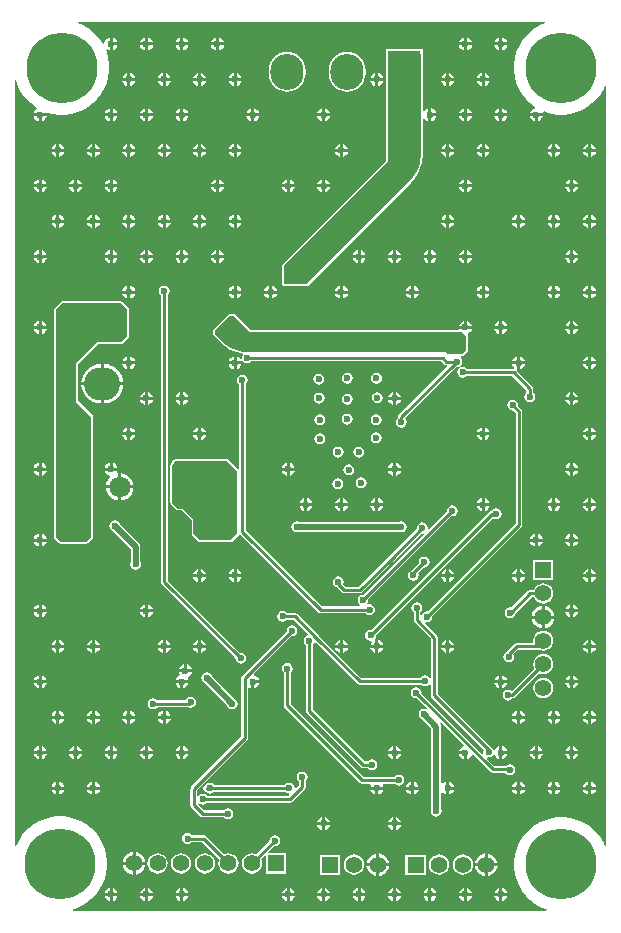
<source format=gbl>
G04*
G04 #@! TF.GenerationSoftware,Altium Limited,Altium Designer,18.1.6 (161)*
G04*
G04 Layer_Physical_Order=2*
G04 Layer_Color=16711680*
%FSTAX24Y24*%
%MOIN*%
G70*
G01*
G75*
%ADD10C,0.0100*%
%ADD60C,0.0200*%
%ADD63C,0.0551*%
%ADD64R,0.0551X0.0551*%
%ADD65C,0.2362*%
%ADD66R,0.0551X0.0551*%
%ADD67R,0.1100X0.1200*%
%ADD68O,0.1100X0.1200*%
%ADD69R,0.1200X0.1100*%
%ADD70O,0.1200X0.1100*%
%ADD71R,0.0709X0.0709*%
%ADD72C,0.0709*%
%ADD73C,0.0236*%
G36*
X036902Y049118D02*
X036746Y049053D01*
X036567Y04895D01*
X036403Y048824D01*
X036257Y048678D01*
X036131Y048515D01*
X036028Y048336D01*
X035949Y048145D01*
X035896Y047946D01*
X035869Y047741D01*
X035869Y047638D01*
X035869Y047638D01*
X035869Y047535D01*
X035896Y04733D01*
X035949Y047131D01*
X036028Y04694D01*
X036131Y046761D01*
X036257Y046597D01*
X036403Y046451D01*
X036565Y046327D01*
X036566Y046321D01*
X036556Y046274D01*
X036529Y046268D01*
X036457Y04622D01*
X036409Y046148D01*
X036402Y046113D01*
X036827D01*
X036822Y046137D01*
X036856Y046177D01*
X036936Y046143D01*
X037136Y04609D01*
X03734Y046063D01*
X037444D01*
X037547Y046063D01*
X037752Y04609D01*
X037951Y046143D01*
X038142Y046222D01*
X03832Y046326D01*
X038484Y046451D01*
X03863Y046597D01*
X038756Y046761D01*
X038859Y04694D01*
X038898Y047033D01*
X038948Y047024D01*
Y040972D01*
Y031436D01*
Y02171D01*
X038898Y0217D01*
X038865Y021778D01*
X038762Y021957D01*
X038637Y022121D01*
X038491Y022267D01*
X038327Y022392D01*
X038148Y022495D01*
X037957Y022574D01*
X037758Y022628D01*
X037553Y022655D01*
X03745Y022655D01*
X03745Y022655D01*
X037347Y022655D01*
X037142Y022628D01*
X036943Y022574D01*
X036752Y022495D01*
X036573Y022392D01*
X036409Y022267D01*
X036263Y022121D01*
X036138Y021957D01*
X036035Y021778D01*
X035956Y021587D01*
X035902Y021388D01*
X035875Y021183D01*
X035875Y02108D01*
X035875Y02108D01*
X035875Y020977D01*
X035902Y020772D01*
X035956Y020573D01*
X036035Y020382D01*
X036138Y020203D01*
X036263Y020039D01*
X036409Y019893D01*
X036573Y019768D01*
X036752Y019665D01*
X036943Y019586D01*
X036957Y019582D01*
X036951Y019532D01*
X021167D01*
X02116Y019582D01*
X021247Y019606D01*
X021438Y019685D01*
X021617Y019788D01*
X021781Y019913D01*
X021927Y020059D01*
X022052Y020223D01*
X022155Y020402D01*
X022234Y020593D01*
X022288Y020792D01*
X022315Y020997D01*
X022315Y0211D01*
X022315Y0211D01*
X022315Y0211D01*
X022315Y021203D01*
X022288Y021408D01*
X022234Y021607D01*
X022155Y021798D01*
X022052Y021977D01*
X021927Y022141D01*
X021781Y022287D01*
X021617Y022412D01*
X021438Y022515D01*
X021247Y022594D01*
X021048Y022648D01*
X020843Y022675D01*
X02074Y022675D01*
X02074Y022675D01*
X020637Y022675D01*
X020432Y022648D01*
X020233Y022594D01*
X020042Y022515D01*
X019863Y022412D01*
X019699Y022287D01*
X019553Y022141D01*
X019428Y021977D01*
X019325Y021798D01*
X019282Y021696D01*
X019232Y021706D01*
Y047211D01*
X019282Y047218D01*
X019306Y047131D01*
X019385Y04694D01*
X019488Y046761D01*
X019613Y046597D01*
X019759Y046451D01*
X019923Y046326D01*
X019959Y046305D01*
X019961Y046246D01*
X019921Y04622D01*
X019873Y046148D01*
X019866Y046113D01*
X020319D01*
X020339Y046131D01*
X020492Y04609D01*
X020697Y046063D01*
X0208D01*
X020903Y046063D01*
X021108Y04609D01*
X021307Y046143D01*
X021498Y046222D01*
X021677Y046326D01*
X021841Y046451D01*
X021987Y046597D01*
X022112Y046761D01*
X022215Y04694D01*
X022294Y04713D01*
X022348Y04733D01*
X022375Y047535D01*
X022375Y047638D01*
X022375Y047638D01*
X022375Y047638D01*
X022375Y047741D01*
X022348Y047946D01*
X022294Y048145D01*
X022263Y048222D01*
X022303Y048255D01*
X022356Y04822D01*
X022391Y048213D01*
Y048425D01*
Y048638D01*
X022356Y048631D01*
X022284Y048582D01*
X022235Y04851D01*
X022219Y048429D01*
X022209Y048423D01*
X02217Y048415D01*
X022112Y048515D01*
X021987Y048678D01*
X021841Y048824D01*
X021677Y04895D01*
X021498Y049053D01*
X021342Y049118D01*
X021352Y049168D01*
X036892D01*
X036902Y049118D01*
D02*
G37*
%LPC*%
G36*
X035483Y048638D02*
Y048475D01*
X035645D01*
X035639Y04851D01*
X03559Y048582D01*
X035518Y048631D01*
X035483Y048638D01*
D02*
G37*
G36*
X035383D02*
X035348Y048631D01*
X035276Y048582D01*
X035228Y04851D01*
X035221Y048475D01*
X035383D01*
Y048638D01*
D02*
G37*
G36*
X034302D02*
Y048475D01*
X034464D01*
X034457Y04851D01*
X034409Y048582D01*
X034337Y048631D01*
X034302Y048638D01*
D02*
G37*
G36*
X034202D02*
X034167Y048631D01*
X034095Y048582D01*
X034046Y04851D01*
X03404Y048475D01*
X034202D01*
Y048638D01*
D02*
G37*
G36*
X026034D02*
Y048475D01*
X026197D01*
X02619Y04851D01*
X026141Y048582D01*
X026069Y048631D01*
X026034Y048638D01*
D02*
G37*
G36*
X025934D02*
X025899Y048631D01*
X025827Y048582D01*
X025779Y04851D01*
X025772Y048475D01*
X025934D01*
Y048638D01*
D02*
G37*
G36*
X024853D02*
Y048475D01*
X025016D01*
X025009Y04851D01*
X02496Y048582D01*
X024888Y048631D01*
X024853Y048638D01*
D02*
G37*
G36*
X024753D02*
X024718Y048631D01*
X024646Y048582D01*
X024598Y04851D01*
X024591Y048475D01*
X024753D01*
Y048638D01*
D02*
G37*
G36*
X023672D02*
Y048475D01*
X023834D01*
X023827Y04851D01*
X023779Y048582D01*
X023707Y048631D01*
X023672Y048638D01*
D02*
G37*
G36*
X023572D02*
X023537Y048631D01*
X023465Y048582D01*
X023417Y04851D01*
X02341Y048475D01*
X023572D01*
Y048638D01*
D02*
G37*
G36*
X022491D02*
Y048475D01*
X022653D01*
X022646Y04851D01*
X022598Y048582D01*
X022526Y048631D01*
X022491Y048638D01*
D02*
G37*
G36*
X032659Y048265D02*
X03176Y048265D01*
X03176Y048265D01*
X03176Y048265D01*
X031743Y048258D01*
X031605D01*
Y04811D01*
X031605Y048109D01*
X031605Y047982D01*
Y044537D01*
X028174Y041106D01*
X028155Y04106D01*
Y04041D01*
X028174Y040364D01*
X02822Y040345D01*
X02895Y040345D01*
X028996Y040364D01*
X032429Y043797D01*
X032429Y043797D01*
X032474Y043842D01*
X032476Y043846D01*
X032478Y043847D01*
X032559Y043946D01*
X03256Y043949D01*
X032563Y043951D01*
X032634Y044057D01*
X032635Y04406D01*
X032637Y044062D01*
X032697Y044175D01*
X032698Y044178D01*
X0327Y04418D01*
X032749Y044298D01*
Y044302D01*
X032751Y044304D01*
X032788Y044426D01*
X032788Y04443D01*
X03279Y044432D01*
X032814Y044557D01*
X032814Y044561D01*
X032815Y044564D01*
X032828Y044691D01*
X032827Y044694D01*
X032828Y044697D01*
X032828Y044761D01*
X032828Y044761D01*
Y045944D01*
X032878Y045959D01*
X032914Y045906D01*
X032986Y045858D01*
X033021Y045851D01*
Y046063D01*
Y046275D01*
X032986Y046268D01*
X032914Y04622D01*
X032878Y046167D01*
X032828Y046182D01*
Y048096D01*
X032825Y048103D01*
Y048258D01*
X032676D01*
X032659Y048265D01*
D02*
G37*
G36*
X035645Y048375D02*
X035483D01*
Y048213D01*
X035518Y04822D01*
X03559Y048268D01*
X035639Y04834D01*
X035645Y048375D01*
D02*
G37*
G36*
X035383D02*
X035221D01*
X035228Y04834D01*
X035276Y048268D01*
X035348Y04822D01*
X035383Y048213D01*
Y048375D01*
D02*
G37*
G36*
X034464D02*
X034302D01*
Y048213D01*
X034337Y04822D01*
X034409Y048268D01*
X034457Y04834D01*
X034464Y048375D01*
D02*
G37*
G36*
X034202D02*
X03404D01*
X034046Y04834D01*
X034095Y048268D01*
X034167Y04822D01*
X034202Y048213D01*
Y048375D01*
D02*
G37*
G36*
X026197D02*
X026034D01*
Y048213D01*
X026069Y04822D01*
X026141Y048268D01*
X02619Y04834D01*
X026197Y048375D01*
D02*
G37*
G36*
X025934D02*
X025772D01*
X025779Y04834D01*
X025827Y048268D01*
X025899Y04822D01*
X025934Y048213D01*
Y048375D01*
D02*
G37*
G36*
X025016D02*
X024853D01*
Y048213D01*
X024888Y04822D01*
X02496Y048268D01*
X025009Y04834D01*
X025016Y048375D01*
D02*
G37*
G36*
X024753D02*
X024591D01*
X024598Y04834D01*
X024646Y048268D01*
X024718Y04822D01*
X024753Y048213D01*
Y048375D01*
D02*
G37*
G36*
X023834D02*
X023672D01*
Y048213D01*
X023707Y04822D01*
X023779Y048268D01*
X023827Y04834D01*
X023834Y048375D01*
D02*
G37*
G36*
X023572D02*
X02341D01*
X023417Y04834D01*
X023465Y048268D01*
X023537Y04822D01*
X023572Y048213D01*
Y048375D01*
D02*
G37*
G36*
X022653D02*
X022491D01*
Y048213D01*
X022526Y04822D01*
X022598Y048268D01*
X022646Y04834D01*
X022653Y048375D01*
D02*
G37*
G36*
X034893Y047457D02*
Y047294D01*
X035055D01*
X035048Y047329D01*
X035Y047401D01*
X034928Y04745D01*
X034893Y047457D01*
D02*
G37*
G36*
X034793D02*
X034757Y04745D01*
X034685Y047401D01*
X034637Y047329D01*
X03463Y047294D01*
X034793D01*
Y047457D01*
D02*
G37*
G36*
X033711D02*
Y047294D01*
X033874D01*
X033867Y047329D01*
X033819Y047401D01*
X033747Y04745D01*
X033711Y047457D01*
D02*
G37*
G36*
X033611D02*
X033576Y04745D01*
X033504Y047401D01*
X033456Y047329D01*
X033449Y047294D01*
X033611D01*
Y047457D01*
D02*
G37*
G36*
X031349D02*
Y047294D01*
X031512D01*
X031505Y047329D01*
X031456Y047401D01*
X031384Y04745D01*
X031349Y047457D01*
D02*
G37*
G36*
X031249D02*
X031214Y04745D01*
X031142Y047401D01*
X031094Y047329D01*
X031087Y047294D01*
X031249D01*
Y047457D01*
D02*
G37*
G36*
X026625D02*
Y047294D01*
X026787D01*
X02678Y047329D01*
X026732Y047401D01*
X02666Y04745D01*
X026625Y047457D01*
D02*
G37*
G36*
X026525D02*
X02649Y04745D01*
X026418Y047401D01*
X026369Y047329D01*
X026362Y047294D01*
X026525D01*
Y047457D01*
D02*
G37*
G36*
X025444D02*
Y047294D01*
X025606D01*
X025599Y047329D01*
X025551Y047401D01*
X025479Y04745D01*
X025444Y047457D01*
D02*
G37*
G36*
X025344D02*
X025309Y04745D01*
X025236Y047401D01*
X025188Y047329D01*
X025181Y047294D01*
X025344D01*
Y047457D01*
D02*
G37*
G36*
X024263D02*
Y047294D01*
X024425D01*
X024418Y047329D01*
X02437Y047401D01*
X024298Y04745D01*
X024263Y047457D01*
D02*
G37*
G36*
X024163D02*
X024127Y04745D01*
X024055Y047401D01*
X024007Y047329D01*
X024Y047294D01*
X024163D01*
Y047457D01*
D02*
G37*
G36*
X023081D02*
Y047294D01*
X023244D01*
X023237Y047329D01*
X023189Y047401D01*
X023117Y04745D01*
X023081Y047457D01*
D02*
G37*
G36*
X022981D02*
X022946Y04745D01*
X022874Y047401D01*
X022826Y047329D01*
X022819Y047294D01*
X022981D01*
Y047457D01*
D02*
G37*
G36*
X035055Y047194D02*
X034893D01*
Y047032D01*
X034928Y047039D01*
X035Y047087D01*
X035048Y047159D01*
X035055Y047194D01*
D02*
G37*
G36*
X034793D02*
X03463D01*
X034637Y047159D01*
X034685Y047087D01*
X034757Y047039D01*
X034793Y047032D01*
Y047194D01*
D02*
G37*
G36*
X033874D02*
X033711D01*
Y047032D01*
X033747Y047039D01*
X033819Y047087D01*
X033867Y047159D01*
X033874Y047194D01*
D02*
G37*
G36*
X033611D02*
X033449D01*
X033456Y047159D01*
X033504Y047087D01*
X033576Y047039D01*
X033611Y047032D01*
Y047194D01*
D02*
G37*
G36*
X031512D02*
X031349D01*
Y047032D01*
X031384Y047039D01*
X031456Y047087D01*
X031505Y047159D01*
X031512Y047194D01*
D02*
G37*
G36*
X031249D02*
X031087D01*
X031094Y047159D01*
X031142Y047087D01*
X031214Y047039D01*
X031249Y047032D01*
Y047194D01*
D02*
G37*
G36*
X026787D02*
X026625D01*
Y047032D01*
X02666Y047039D01*
X026732Y047087D01*
X02678Y047159D01*
X026787Y047194D01*
D02*
G37*
G36*
X026525D02*
X026362D01*
X026369Y047159D01*
X026418Y047087D01*
X02649Y047039D01*
X026525Y047032D01*
Y047194D01*
D02*
G37*
G36*
X025606D02*
X025444D01*
Y047032D01*
X025479Y047039D01*
X025551Y047087D01*
X025599Y047159D01*
X025606Y047194D01*
D02*
G37*
G36*
X025344D02*
X025181D01*
X025188Y047159D01*
X025236Y047087D01*
X025309Y047039D01*
X025344Y047032D01*
Y047194D01*
D02*
G37*
G36*
X024425D02*
X024263D01*
Y047032D01*
X024298Y047039D01*
X02437Y047087D01*
X024418Y047159D01*
X024425Y047194D01*
D02*
G37*
G36*
X024163D02*
X024D01*
X024007Y047159D01*
X024055Y047087D01*
X024127Y047039D01*
X024163Y047032D01*
Y047194D01*
D02*
G37*
G36*
X023244D02*
X023081D01*
Y047032D01*
X023117Y047039D01*
X023189Y047087D01*
X023237Y047159D01*
X023244Y047194D01*
D02*
G37*
G36*
X022981D02*
X022819D01*
X022826Y047159D01*
X022874Y047087D01*
X022946Y047039D01*
X022981Y047032D01*
Y047194D01*
D02*
G37*
G36*
X030315Y048161D02*
X030196Y048149D01*
X030081Y048114D01*
X029975Y048058D01*
X029882Y047981D01*
X029805Y047889D01*
X029749Y047783D01*
X029714Y047668D01*
X029702Y047548D01*
Y047448D01*
X029714Y047328D01*
X029749Y047213D01*
X029805Y047107D01*
X029882Y047015D01*
X029975Y046938D01*
X030081Y046882D01*
X030196Y046847D01*
X030315Y046835D01*
X030435Y046847D01*
X03055Y046882D01*
X030656Y046938D01*
X030749Y047015D01*
X030825Y047107D01*
X030881Y047213D01*
X030916Y047328D01*
X030928Y047448D01*
Y047548D01*
X030916Y047668D01*
X030881Y047783D01*
X030825Y047889D01*
X030749Y047981D01*
X030656Y048058D01*
X03055Y048114D01*
X030435Y048149D01*
X030315Y048161D01*
D02*
G37*
G36*
X028315D02*
X028196Y048149D01*
X028081Y048114D01*
X027975Y048058D01*
X027882Y047981D01*
X027805Y047889D01*
X027749Y047783D01*
X027714Y047668D01*
X027702Y047548D01*
Y047448D01*
X027714Y047328D01*
X027749Y047213D01*
X027805Y047107D01*
X027882Y047015D01*
X027975Y046938D01*
X028081Y046882D01*
X028196Y046847D01*
X028315Y046835D01*
X028435Y046847D01*
X02855Y046882D01*
X028656Y046938D01*
X028749Y047015D01*
X028825Y047107D01*
X028881Y047213D01*
X028916Y047328D01*
X028928Y047448D01*
Y047548D01*
X028916Y047668D01*
X028881Y047783D01*
X028825Y047889D01*
X028749Y047981D01*
X028656Y048058D01*
X02855Y048114D01*
X028435Y048149D01*
X028315Y048161D01*
D02*
G37*
G36*
X035483Y046275D02*
Y046113D01*
X035645D01*
X035639Y046148D01*
X03559Y04622D01*
X035518Y046268D01*
X035483Y046275D01*
D02*
G37*
G36*
X035383D02*
X035348Y046268D01*
X035276Y04622D01*
X035228Y046148D01*
X035221Y046113D01*
X035383D01*
Y046275D01*
D02*
G37*
G36*
X034302D02*
Y046113D01*
X034464D01*
X034457Y046148D01*
X034409Y04622D01*
X034337Y046268D01*
X034302Y046275D01*
D02*
G37*
G36*
X034202D02*
X034167Y046268D01*
X034095Y04622D01*
X034046Y046148D01*
X03404Y046113D01*
X034202D01*
Y046275D01*
D02*
G37*
G36*
X033121D02*
Y046113D01*
X033283D01*
X033276Y046148D01*
X033228Y04622D01*
X033156Y046268D01*
X033121Y046275D01*
D02*
G37*
G36*
X029578D02*
Y046113D01*
X02974D01*
X029733Y046148D01*
X029685Y04622D01*
X029613Y046268D01*
X029578Y046275D01*
D02*
G37*
G36*
X029478D02*
X029442Y046268D01*
X02937Y04622D01*
X029322Y046148D01*
X029315Y046113D01*
X029478D01*
Y046275D01*
D02*
G37*
G36*
X027215D02*
Y046113D01*
X027378D01*
X027371Y046148D01*
X027323Y04622D01*
X02725Y046268D01*
X027215Y046275D01*
D02*
G37*
G36*
X027115D02*
X02708Y046268D01*
X027008Y04622D01*
X02696Y046148D01*
X026953Y046113D01*
X027115D01*
Y046275D01*
D02*
G37*
G36*
X024853D02*
Y046113D01*
X025016D01*
X025009Y046148D01*
X02496Y04622D01*
X024888Y046268D01*
X024853Y046275D01*
D02*
G37*
G36*
X024753D02*
X024718Y046268D01*
X024646Y04622D01*
X024598Y046148D01*
X024591Y046113D01*
X024753D01*
Y046275D01*
D02*
G37*
G36*
X023672D02*
Y046113D01*
X023834D01*
X023827Y046148D01*
X023779Y04622D01*
X023707Y046268D01*
X023672Y046275D01*
D02*
G37*
G36*
X023572D02*
X023537Y046268D01*
X023465Y04622D01*
X023417Y046148D01*
X02341Y046113D01*
X023572D01*
Y046275D01*
D02*
G37*
G36*
X022491D02*
Y046113D01*
X022653D01*
X022646Y046148D01*
X022598Y04622D01*
X022526Y046268D01*
X022491Y046275D01*
D02*
G37*
G36*
X022391D02*
X022356Y046268D01*
X022284Y04622D01*
X022235Y046148D01*
X022229Y046113D01*
X022391D01*
Y046275D01*
D02*
G37*
G36*
X036827Y046013D02*
X036664D01*
Y045851D01*
X036699Y045858D01*
X036771Y045906D01*
X03682Y045978D01*
X036827Y046013D01*
D02*
G37*
G36*
X036564D02*
X036402D01*
X036409Y045978D01*
X036457Y045906D01*
X036529Y045858D01*
X036564Y045851D01*
Y046013D01*
D02*
G37*
G36*
X035645D02*
X035483D01*
Y045851D01*
X035518Y045858D01*
X03559Y045906D01*
X035639Y045978D01*
X035645Y046013D01*
D02*
G37*
G36*
X035383D02*
X035221D01*
X035228Y045978D01*
X035276Y045906D01*
X035348Y045858D01*
X035383Y045851D01*
Y046013D01*
D02*
G37*
G36*
X034464D02*
X034302D01*
Y045851D01*
X034337Y045858D01*
X034409Y045906D01*
X034457Y045978D01*
X034464Y046013D01*
D02*
G37*
G36*
X034202D02*
X03404D01*
X034046Y045978D01*
X034095Y045906D01*
X034167Y045858D01*
X034202Y045851D01*
Y046013D01*
D02*
G37*
G36*
X033283D02*
X033121D01*
Y045851D01*
X033156Y045858D01*
X033228Y045906D01*
X033276Y045978D01*
X033283Y046013D01*
D02*
G37*
G36*
X02974D02*
X029578D01*
Y045851D01*
X029613Y045858D01*
X029685Y045906D01*
X029733Y045978D01*
X02974Y046013D01*
D02*
G37*
G36*
X029478D02*
X029315D01*
X029322Y045978D01*
X02937Y045906D01*
X029442Y045858D01*
X029478Y045851D01*
Y046013D01*
D02*
G37*
G36*
X027378D02*
X027215D01*
Y045851D01*
X02725Y045858D01*
X027323Y045906D01*
X027371Y045978D01*
X027378Y046013D01*
D02*
G37*
G36*
X027115D02*
X026953D01*
X02696Y045978D01*
X027008Y045906D01*
X02708Y045858D01*
X027115Y045851D01*
Y046013D01*
D02*
G37*
G36*
X025016D02*
X024853D01*
Y045851D01*
X024888Y045858D01*
X02496Y045906D01*
X025009Y045978D01*
X025016Y046013D01*
D02*
G37*
G36*
X024753D02*
X024591D01*
X024598Y045978D01*
X024646Y045906D01*
X024718Y045858D01*
X024753Y045851D01*
Y046013D01*
D02*
G37*
G36*
X023834D02*
X023672D01*
Y045851D01*
X023707Y045858D01*
X023779Y045906D01*
X023827Y045978D01*
X023834Y046013D01*
D02*
G37*
G36*
X023572D02*
X02341D01*
X023417Y045978D01*
X023465Y045906D01*
X023537Y045858D01*
X023572Y045851D01*
Y046013D01*
D02*
G37*
G36*
X022653D02*
X022491D01*
Y045851D01*
X022526Y045858D01*
X022598Y045906D01*
X022646Y045978D01*
X022653Y046013D01*
D02*
G37*
G36*
X022391D02*
X022229D01*
X022235Y045978D01*
X022284Y045906D01*
X022356Y045858D01*
X022391Y045851D01*
Y046013D01*
D02*
G37*
G36*
X020291D02*
X020129D01*
Y045851D01*
X020164Y045858D01*
X020236Y045906D01*
X020284Y045978D01*
X020291Y046013D01*
D02*
G37*
G36*
X020029D02*
X019866D01*
X019873Y045978D01*
X019921Y045906D01*
X019994Y045858D01*
X020029Y045851D01*
Y046013D01*
D02*
G37*
G36*
X038436Y045094D02*
Y044932D01*
X038598D01*
X038591Y044967D01*
X038543Y045039D01*
X038471Y045087D01*
X038436Y045094D01*
D02*
G37*
G36*
X038336D02*
X038301Y045087D01*
X038229Y045039D01*
X03818Y044967D01*
X038173Y044932D01*
X038336D01*
Y045094D01*
D02*
G37*
G36*
X037255D02*
Y044932D01*
X037417D01*
X03741Y044967D01*
X037362Y045039D01*
X03729Y045087D01*
X037255Y045094D01*
D02*
G37*
G36*
X037155D02*
X03712Y045087D01*
X037047Y045039D01*
X036999Y044967D01*
X036992Y044932D01*
X037155D01*
Y045094D01*
D02*
G37*
G36*
X034893D02*
Y044932D01*
X035055D01*
X035048Y044967D01*
X035Y045039D01*
X034928Y045087D01*
X034893Y045094D01*
D02*
G37*
G36*
X034793D02*
X034757Y045087D01*
X034685Y045039D01*
X034637Y044967D01*
X03463Y044932D01*
X034793D01*
Y045094D01*
D02*
G37*
G36*
X033711D02*
Y044932D01*
X033874D01*
X033867Y044967D01*
X033819Y045039D01*
X033747Y045087D01*
X033711Y045094D01*
D02*
G37*
G36*
X033611D02*
X033576Y045087D01*
X033504Y045039D01*
X033456Y044967D01*
X033449Y044932D01*
X033611D01*
Y045094D01*
D02*
G37*
G36*
X030168D02*
Y044932D01*
X030331D01*
X030324Y044967D01*
X030275Y045039D01*
X030203Y045087D01*
X030168Y045094D01*
D02*
G37*
G36*
X030068D02*
X030033Y045087D01*
X029961Y045039D01*
X029913Y044967D01*
X029906Y044932D01*
X030068D01*
Y045094D01*
D02*
G37*
G36*
X026625D02*
Y044932D01*
X026787D01*
X02678Y044967D01*
X026732Y045039D01*
X02666Y045087D01*
X026625Y045094D01*
D02*
G37*
G36*
X026525D02*
X02649Y045087D01*
X026418Y045039D01*
X026369Y044967D01*
X026362Y044932D01*
X026525D01*
Y045094D01*
D02*
G37*
G36*
X025444D02*
Y044932D01*
X025606D01*
X025599Y044967D01*
X025551Y045039D01*
X025479Y045087D01*
X025444Y045094D01*
D02*
G37*
G36*
X025344D02*
X025309Y045087D01*
X025236Y045039D01*
X025188Y044967D01*
X025181Y044932D01*
X025344D01*
Y045094D01*
D02*
G37*
G36*
X024263D02*
Y044932D01*
X024425D01*
X024418Y044967D01*
X02437Y045039D01*
X024298Y045087D01*
X024263Y045094D01*
D02*
G37*
G36*
X024163D02*
X024127Y045087D01*
X024055Y045039D01*
X024007Y044967D01*
X024Y044932D01*
X024163D01*
Y045094D01*
D02*
G37*
G36*
X023081D02*
Y044932D01*
X023244D01*
X023237Y044967D01*
X023189Y045039D01*
X023117Y045087D01*
X023081Y045094D01*
D02*
G37*
G36*
X022981D02*
X022946Y045087D01*
X022874Y045039D01*
X022826Y044967D01*
X022819Y044932D01*
X022981D01*
Y045094D01*
D02*
G37*
G36*
X0219D02*
Y044932D01*
X022063D01*
X022056Y044967D01*
X022008Y045039D01*
X021935Y045087D01*
X0219Y045094D01*
D02*
G37*
G36*
X0218D02*
X021765Y045087D01*
X021693Y045039D01*
X021645Y044967D01*
X021638Y044932D01*
X0218D01*
Y045094D01*
D02*
G37*
G36*
X020719D02*
Y044932D01*
X020882D01*
X020875Y044967D01*
X020827Y045039D01*
X020754Y045087D01*
X020719Y045094D01*
D02*
G37*
G36*
X020619D02*
X020584Y045087D01*
X020512Y045039D01*
X020464Y044967D01*
X020457Y044932D01*
X020619D01*
Y045094D01*
D02*
G37*
G36*
X038598Y044832D02*
X038436D01*
Y044669D01*
X038471Y044676D01*
X038543Y044725D01*
X038591Y044797D01*
X038598Y044832D01*
D02*
G37*
G36*
X038336D02*
X038173D01*
X03818Y044797D01*
X038229Y044725D01*
X038301Y044676D01*
X038336Y044669D01*
Y044832D01*
D02*
G37*
G36*
X037417D02*
X037255D01*
Y044669D01*
X03729Y044676D01*
X037362Y044725D01*
X03741Y044797D01*
X037417Y044832D01*
D02*
G37*
G36*
X037155D02*
X036992D01*
X036999Y044797D01*
X037047Y044725D01*
X03712Y044676D01*
X037155Y044669D01*
Y044832D01*
D02*
G37*
G36*
X035055D02*
X034893D01*
Y044669D01*
X034928Y044676D01*
X035Y044725D01*
X035048Y044797D01*
X035055Y044832D01*
D02*
G37*
G36*
X034793D02*
X03463D01*
X034637Y044797D01*
X034685Y044725D01*
X034757Y044676D01*
X034793Y044669D01*
Y044832D01*
D02*
G37*
G36*
X033874D02*
X033711D01*
Y044669D01*
X033747Y044676D01*
X033819Y044725D01*
X033867Y044797D01*
X033874Y044832D01*
D02*
G37*
G36*
X033611D02*
X033449D01*
X033456Y044797D01*
X033504Y044725D01*
X033576Y044676D01*
X033611Y044669D01*
Y044832D01*
D02*
G37*
G36*
X030331D02*
X030168D01*
Y044669D01*
X030203Y044676D01*
X030275Y044725D01*
X030324Y044797D01*
X030331Y044832D01*
D02*
G37*
G36*
X030068D02*
X029906D01*
X029913Y044797D01*
X029961Y044725D01*
X030033Y044676D01*
X030068Y044669D01*
Y044832D01*
D02*
G37*
G36*
X026787D02*
X026625D01*
Y044669D01*
X02666Y044676D01*
X026732Y044725D01*
X02678Y044797D01*
X026787Y044832D01*
D02*
G37*
G36*
X026525D02*
X026362D01*
X026369Y044797D01*
X026418Y044725D01*
X02649Y044676D01*
X026525Y044669D01*
Y044832D01*
D02*
G37*
G36*
X025606D02*
X025444D01*
Y044669D01*
X025479Y044676D01*
X025551Y044725D01*
X025599Y044797D01*
X025606Y044832D01*
D02*
G37*
G36*
X025344D02*
X025181D01*
X025188Y044797D01*
X025236Y044725D01*
X025309Y044676D01*
X025344Y044669D01*
Y044832D01*
D02*
G37*
G36*
X024425D02*
X024263D01*
Y044669D01*
X024298Y044676D01*
X02437Y044725D01*
X024418Y044797D01*
X024425Y044832D01*
D02*
G37*
G36*
X024163D02*
X024D01*
X024007Y044797D01*
X024055Y044725D01*
X024127Y044676D01*
X024163Y044669D01*
Y044832D01*
D02*
G37*
G36*
X023244D02*
X023081D01*
Y044669D01*
X023117Y044676D01*
X023189Y044725D01*
X023237Y044797D01*
X023244Y044832D01*
D02*
G37*
G36*
X022981D02*
X022819D01*
X022826Y044797D01*
X022874Y044725D01*
X022946Y044676D01*
X022981Y044669D01*
Y044832D01*
D02*
G37*
G36*
X022063D02*
X0219D01*
Y044669D01*
X021935Y044676D01*
X022008Y044725D01*
X022056Y044797D01*
X022063Y044832D01*
D02*
G37*
G36*
X0218D02*
X021638D01*
X021645Y044797D01*
X021693Y044725D01*
X021765Y044676D01*
X0218Y044669D01*
Y044832D01*
D02*
G37*
G36*
X020882D02*
X020719D01*
Y044669D01*
X020754Y044676D01*
X020827Y044725D01*
X020875Y044797D01*
X020882Y044832D01*
D02*
G37*
G36*
X020619D02*
X020457D01*
X020464Y044797D01*
X020512Y044725D01*
X020584Y044676D01*
X020619Y044669D01*
Y044832D01*
D02*
G37*
G36*
X037845Y043913D02*
Y043751D01*
X038008D01*
X038001Y043786D01*
X037953Y043858D01*
X03788Y043906D01*
X037845Y043913D01*
D02*
G37*
G36*
X037745D02*
X03771Y043906D01*
X037638Y043858D01*
X03759Y043786D01*
X037583Y043751D01*
X037745D01*
Y043913D01*
D02*
G37*
G36*
X034302D02*
Y043751D01*
X034464D01*
X034457Y043786D01*
X034409Y043858D01*
X034337Y043906D01*
X034302Y043913D01*
D02*
G37*
G36*
X034202D02*
X034167Y043906D01*
X034095Y043858D01*
X034046Y043786D01*
X03404Y043751D01*
X034202D01*
Y043913D01*
D02*
G37*
G36*
X029578D02*
Y043751D01*
X02974D01*
X029733Y043786D01*
X029685Y043858D01*
X029613Y043906D01*
X029578Y043913D01*
D02*
G37*
G36*
X029478D02*
X029442Y043906D01*
X02937Y043858D01*
X029322Y043786D01*
X029315Y043751D01*
X029478D01*
Y043913D01*
D02*
G37*
G36*
X028396D02*
Y043751D01*
X028559D01*
X028552Y043786D01*
X028504Y043858D01*
X028432Y043906D01*
X028396Y043913D01*
D02*
G37*
G36*
X028296D02*
X028261Y043906D01*
X028189Y043858D01*
X028141Y043786D01*
X028134Y043751D01*
X028296D01*
Y043913D01*
D02*
G37*
G36*
X026034D02*
Y043751D01*
X026197D01*
X02619Y043786D01*
X026141Y043858D01*
X026069Y043906D01*
X026034Y043913D01*
D02*
G37*
G36*
X025934D02*
X025899Y043906D01*
X025827Y043858D01*
X025779Y043786D01*
X025772Y043751D01*
X025934D01*
Y043913D01*
D02*
G37*
G36*
X022491D02*
Y043751D01*
X022653D01*
X022646Y043786D01*
X022598Y043858D01*
X022526Y043906D01*
X022491Y043913D01*
D02*
G37*
G36*
X022391D02*
X022356Y043906D01*
X022284Y043858D01*
X022235Y043786D01*
X022229Y043751D01*
X022391D01*
Y043913D01*
D02*
G37*
G36*
X02131D02*
Y043751D01*
X021472D01*
X021465Y043786D01*
X021417Y043858D01*
X021345Y043906D01*
X02131Y043913D01*
D02*
G37*
G36*
X02121D02*
X021175Y043906D01*
X021103Y043858D01*
X021054Y043786D01*
X021047Y043751D01*
X02121D01*
Y043913D01*
D02*
G37*
G36*
X020129D02*
Y043751D01*
X020291D01*
X020284Y043786D01*
X020236Y043858D01*
X020164Y043906D01*
X020129Y043913D01*
D02*
G37*
G36*
X020029D02*
X019994Y043906D01*
X019921Y043858D01*
X019873Y043786D01*
X019866Y043751D01*
X020029D01*
Y043913D01*
D02*
G37*
G36*
X038008Y043651D02*
X037845D01*
Y043488D01*
X03788Y043495D01*
X037953Y043544D01*
X038001Y043616D01*
X038008Y043651D01*
D02*
G37*
G36*
X037745D02*
X037583D01*
X03759Y043616D01*
X037638Y043544D01*
X03771Y043495D01*
X037745Y043488D01*
Y043651D01*
D02*
G37*
G36*
X034464D02*
X034302D01*
Y043488D01*
X034337Y043495D01*
X034409Y043544D01*
X034457Y043616D01*
X034464Y043651D01*
D02*
G37*
G36*
X034202D02*
X03404D01*
X034046Y043616D01*
X034095Y043544D01*
X034167Y043495D01*
X034202Y043488D01*
Y043651D01*
D02*
G37*
G36*
X02974D02*
X029578D01*
Y043488D01*
X029613Y043495D01*
X029685Y043544D01*
X029733Y043616D01*
X02974Y043651D01*
D02*
G37*
G36*
X029478D02*
X029315D01*
X029322Y043616D01*
X02937Y043544D01*
X029442Y043495D01*
X029478Y043488D01*
Y043651D01*
D02*
G37*
G36*
X028559D02*
X028396D01*
Y043488D01*
X028432Y043495D01*
X028504Y043544D01*
X028552Y043616D01*
X028559Y043651D01*
D02*
G37*
G36*
X028296D02*
X028134D01*
X028141Y043616D01*
X028189Y043544D01*
X028261Y043495D01*
X028296Y043488D01*
Y043651D01*
D02*
G37*
G36*
X026197D02*
X026034D01*
Y043488D01*
X026069Y043495D01*
X026141Y043544D01*
X02619Y043616D01*
X026197Y043651D01*
D02*
G37*
G36*
X025934D02*
X025772D01*
X025779Y043616D01*
X025827Y043544D01*
X025899Y043495D01*
X025934Y043488D01*
Y043651D01*
D02*
G37*
G36*
X022653D02*
X022491D01*
Y043488D01*
X022526Y043495D01*
X022598Y043544D01*
X022646Y043616D01*
X022653Y043651D01*
D02*
G37*
G36*
X022391D02*
X022229D01*
X022235Y043616D01*
X022284Y043544D01*
X022356Y043495D01*
X022391Y043488D01*
Y043651D01*
D02*
G37*
G36*
X021472D02*
X02131D01*
Y043488D01*
X021345Y043495D01*
X021417Y043544D01*
X021465Y043616D01*
X021472Y043651D01*
D02*
G37*
G36*
X02121D02*
X021047D01*
X021054Y043616D01*
X021103Y043544D01*
X021175Y043495D01*
X02121Y043488D01*
Y043651D01*
D02*
G37*
G36*
X020291D02*
X020129D01*
Y043488D01*
X020164Y043495D01*
X020236Y043544D01*
X020284Y043616D01*
X020291Y043651D01*
D02*
G37*
G36*
X020029D02*
X019866D01*
X019873Y043616D01*
X019921Y043544D01*
X019994Y043495D01*
X020029Y043488D01*
Y043651D01*
D02*
G37*
G36*
X038436Y042732D02*
Y04257D01*
X038598D01*
X038591Y042605D01*
X038543Y042677D01*
X038471Y042725D01*
X038436Y042732D01*
D02*
G37*
G36*
X038336D02*
X038301Y042725D01*
X038229Y042677D01*
X03818Y042605D01*
X038173Y04257D01*
X038336D01*
Y042732D01*
D02*
G37*
G36*
X037255D02*
Y04257D01*
X037417D01*
X03741Y042605D01*
X037362Y042677D01*
X03729Y042725D01*
X037255Y042732D01*
D02*
G37*
G36*
X037155D02*
X03712Y042725D01*
X037047Y042677D01*
X036999Y042605D01*
X036992Y04257D01*
X037155D01*
Y042732D01*
D02*
G37*
G36*
X036074D02*
Y04257D01*
X036236D01*
X036229Y042605D01*
X036181Y042677D01*
X036109Y042725D01*
X036074Y042732D01*
D02*
G37*
G36*
X035974D02*
X035939Y042725D01*
X035866Y042677D01*
X035818Y042605D01*
X035811Y04257D01*
X035974D01*
Y042732D01*
D02*
G37*
G36*
X033711D02*
Y04257D01*
X033874D01*
X033867Y042605D01*
X033819Y042677D01*
X033747Y042725D01*
X033711Y042732D01*
D02*
G37*
G36*
X033611D02*
X033576Y042725D01*
X033504Y042677D01*
X033456Y042605D01*
X033449Y04257D01*
X033611D01*
Y042732D01*
D02*
G37*
G36*
X026625D02*
Y04257D01*
X026787D01*
X02678Y042605D01*
X026732Y042677D01*
X02666Y042725D01*
X026625Y042732D01*
D02*
G37*
G36*
X026525D02*
X02649Y042725D01*
X026418Y042677D01*
X026369Y042605D01*
X026362Y04257D01*
X026525D01*
Y042732D01*
D02*
G37*
G36*
X025444D02*
Y04257D01*
X025606D01*
X025599Y042605D01*
X025551Y042677D01*
X025479Y042725D01*
X025444Y042732D01*
D02*
G37*
G36*
X025344D02*
X025309Y042725D01*
X025236Y042677D01*
X025188Y042605D01*
X025181Y04257D01*
X025344D01*
Y042732D01*
D02*
G37*
G36*
X024263D02*
Y04257D01*
X024425D01*
X024418Y042605D01*
X02437Y042677D01*
X024298Y042725D01*
X024263Y042732D01*
D02*
G37*
G36*
X024163D02*
X024127Y042725D01*
X024055Y042677D01*
X024007Y042605D01*
X024Y04257D01*
X024163D01*
Y042732D01*
D02*
G37*
G36*
X023081D02*
Y04257D01*
X023244D01*
X023237Y042605D01*
X023189Y042677D01*
X023117Y042725D01*
X023081Y042732D01*
D02*
G37*
G36*
X022981D02*
X022946Y042725D01*
X022874Y042677D01*
X022826Y042605D01*
X022819Y04257D01*
X022981D01*
Y042732D01*
D02*
G37*
G36*
X0219D02*
Y04257D01*
X022063D01*
X022056Y042605D01*
X022008Y042677D01*
X021935Y042725D01*
X0219Y042732D01*
D02*
G37*
G36*
X0218D02*
X021765Y042725D01*
X021693Y042677D01*
X021645Y042605D01*
X021638Y04257D01*
X0218D01*
Y042732D01*
D02*
G37*
G36*
X020719D02*
Y04257D01*
X020882D01*
X020875Y042605D01*
X020827Y042677D01*
X020754Y042725D01*
X020719Y042732D01*
D02*
G37*
G36*
X020619D02*
X020584Y042725D01*
X020512Y042677D01*
X020464Y042605D01*
X020457Y04257D01*
X020619D01*
Y042732D01*
D02*
G37*
G36*
X038598Y04247D02*
X038436D01*
Y042307D01*
X038471Y042314D01*
X038543Y042362D01*
X038591Y042435D01*
X038598Y04247D01*
D02*
G37*
G36*
X038336D02*
X038173D01*
X03818Y042435D01*
X038229Y042362D01*
X038301Y042314D01*
X038336Y042307D01*
Y04247D01*
D02*
G37*
G36*
X037417D02*
X037255D01*
Y042307D01*
X03729Y042314D01*
X037362Y042362D01*
X03741Y042435D01*
X037417Y04247D01*
D02*
G37*
G36*
X037155D02*
X036992D01*
X036999Y042435D01*
X037047Y042362D01*
X03712Y042314D01*
X037155Y042307D01*
Y04247D01*
D02*
G37*
G36*
X036236D02*
X036074D01*
Y042307D01*
X036109Y042314D01*
X036181Y042362D01*
X036229Y042435D01*
X036236Y04247D01*
D02*
G37*
G36*
X035974D02*
X035811D01*
X035818Y042435D01*
X035866Y042362D01*
X035939Y042314D01*
X035974Y042307D01*
Y04247D01*
D02*
G37*
G36*
X033874D02*
X033711D01*
Y042307D01*
X033747Y042314D01*
X033819Y042362D01*
X033867Y042435D01*
X033874Y04247D01*
D02*
G37*
G36*
X033611D02*
X033449D01*
X033456Y042435D01*
X033504Y042362D01*
X033576Y042314D01*
X033611Y042307D01*
Y04247D01*
D02*
G37*
G36*
X026787D02*
X026625D01*
Y042307D01*
X02666Y042314D01*
X026732Y042362D01*
X02678Y042435D01*
X026787Y04247D01*
D02*
G37*
G36*
X026525D02*
X026362D01*
X026369Y042435D01*
X026418Y042362D01*
X02649Y042314D01*
X026525Y042307D01*
Y04247D01*
D02*
G37*
G36*
X025606D02*
X025444D01*
Y042307D01*
X025479Y042314D01*
X025551Y042362D01*
X025599Y042435D01*
X025606Y04247D01*
D02*
G37*
G36*
X025344D02*
X025181D01*
X025188Y042435D01*
X025236Y042362D01*
X025309Y042314D01*
X025344Y042307D01*
Y04247D01*
D02*
G37*
G36*
X024425D02*
X024263D01*
Y042307D01*
X024298Y042314D01*
X02437Y042362D01*
X024418Y042435D01*
X024425Y04247D01*
D02*
G37*
G36*
X024163D02*
X024D01*
X024007Y042435D01*
X024055Y042362D01*
X024127Y042314D01*
X024163Y042307D01*
Y04247D01*
D02*
G37*
G36*
X023244D02*
X023081D01*
Y042307D01*
X023117Y042314D01*
X023189Y042362D01*
X023237Y042435D01*
X023244Y04247D01*
D02*
G37*
G36*
X022981D02*
X022819D01*
X022826Y042435D01*
X022874Y042362D01*
X022946Y042314D01*
X022981Y042307D01*
Y04247D01*
D02*
G37*
G36*
X022063D02*
X0219D01*
Y042307D01*
X021935Y042314D01*
X022008Y042362D01*
X022056Y042435D01*
X022063Y04247D01*
D02*
G37*
G36*
X0218D02*
X021638D01*
X021645Y042435D01*
X021693Y042362D01*
X021765Y042314D01*
X0218Y042307D01*
Y04247D01*
D02*
G37*
G36*
X020882D02*
X020719D01*
Y042307D01*
X020754Y042314D01*
X020827Y042362D01*
X020875Y042435D01*
X020882Y04247D01*
D02*
G37*
G36*
X020619D02*
X020457D01*
X020464Y042435D01*
X020512Y042362D01*
X020584Y042314D01*
X020619Y042307D01*
Y04247D01*
D02*
G37*
G36*
X037845Y041551D02*
Y041389D01*
X038008D01*
X038001Y041424D01*
X037953Y041496D01*
X03788Y041544D01*
X037845Y041551D01*
D02*
G37*
G36*
X037745D02*
X03771Y041544D01*
X037638Y041496D01*
X03759Y041424D01*
X037583Y041389D01*
X037745D01*
Y041551D01*
D02*
G37*
G36*
X034302D02*
Y041389D01*
X034464D01*
X034457Y041424D01*
X034409Y041496D01*
X034337Y041544D01*
X034302Y041551D01*
D02*
G37*
G36*
X034202D02*
X034167Y041544D01*
X034095Y041496D01*
X034046Y041424D01*
X03404Y041389D01*
X034202D01*
Y041551D01*
D02*
G37*
G36*
X033121D02*
Y041389D01*
X033283D01*
X033276Y041424D01*
X033228Y041496D01*
X033156Y041544D01*
X033121Y041551D01*
D02*
G37*
G36*
X033021D02*
X032986Y041544D01*
X032914Y041496D01*
X032865Y041424D01*
X032858Y041389D01*
X033021D01*
Y041551D01*
D02*
G37*
G36*
X03194D02*
Y041389D01*
X032102D01*
X032095Y041424D01*
X032047Y041496D01*
X031975Y041544D01*
X03194Y041551D01*
D02*
G37*
G36*
X03184D02*
X031805Y041544D01*
X031733Y041496D01*
X031684Y041424D01*
X031677Y041389D01*
X03184D01*
Y041551D01*
D02*
G37*
G36*
X030759D02*
Y041389D01*
X030921D01*
X030914Y041424D01*
X030866Y041496D01*
X030794Y041544D01*
X030759Y041551D01*
D02*
G37*
G36*
X030659D02*
X030624Y041544D01*
X030551Y041496D01*
X030503Y041424D01*
X030496Y041389D01*
X030659D01*
Y041551D01*
D02*
G37*
G36*
X026034D02*
Y041389D01*
X026197D01*
X02619Y041424D01*
X026141Y041496D01*
X026069Y041544D01*
X026034Y041551D01*
D02*
G37*
G36*
X025934D02*
X025899Y041544D01*
X025827Y041496D01*
X025779Y041424D01*
X025772Y041389D01*
X025934D01*
Y041551D01*
D02*
G37*
G36*
X024853D02*
Y041389D01*
X025016D01*
X025009Y041424D01*
X02496Y041496D01*
X024888Y041544D01*
X024853Y041551D01*
D02*
G37*
G36*
X024753D02*
X024718Y041544D01*
X024646Y041496D01*
X024598Y041424D01*
X024591Y041389D01*
X024753D01*
Y041551D01*
D02*
G37*
G36*
X023672D02*
Y041389D01*
X023834D01*
X023827Y041424D01*
X023779Y041496D01*
X023707Y041544D01*
X023672Y041551D01*
D02*
G37*
G36*
X023572D02*
X023537Y041544D01*
X023465Y041496D01*
X023417Y041424D01*
X02341Y041389D01*
X023572D01*
Y041551D01*
D02*
G37*
G36*
X022491D02*
Y041389D01*
X022653D01*
X022646Y041424D01*
X022598Y041496D01*
X022526Y041544D01*
X022491Y041551D01*
D02*
G37*
G36*
X022391D02*
X022356Y041544D01*
X022284Y041496D01*
X022235Y041424D01*
X022229Y041389D01*
X022391D01*
Y041551D01*
D02*
G37*
G36*
X020129D02*
Y041389D01*
X020291D01*
X020284Y041424D01*
X020236Y041496D01*
X020164Y041544D01*
X020129Y041551D01*
D02*
G37*
G36*
X020029D02*
X019994Y041544D01*
X019921Y041496D01*
X019873Y041424D01*
X019866Y041389D01*
X020029D01*
Y041551D01*
D02*
G37*
G36*
X038008Y041289D02*
X037845D01*
Y041126D01*
X03788Y041133D01*
X037953Y041181D01*
X038001Y041253D01*
X038008Y041289D01*
D02*
G37*
G36*
X037745D02*
X037583D01*
X03759Y041253D01*
X037638Y041181D01*
X03771Y041133D01*
X037745Y041126D01*
Y041289D01*
D02*
G37*
G36*
X034464D02*
X034302D01*
Y041126D01*
X034337Y041133D01*
X034409Y041181D01*
X034457Y041253D01*
X034464Y041289D01*
D02*
G37*
G36*
X034202D02*
X03404D01*
X034046Y041253D01*
X034095Y041181D01*
X034167Y041133D01*
X034202Y041126D01*
Y041289D01*
D02*
G37*
G36*
X033283D02*
X033121D01*
Y041126D01*
X033156Y041133D01*
X033228Y041181D01*
X033276Y041253D01*
X033283Y041289D01*
D02*
G37*
G36*
X033021D02*
X032858D01*
X032865Y041253D01*
X032914Y041181D01*
X032986Y041133D01*
X033021Y041126D01*
Y041289D01*
D02*
G37*
G36*
X032102D02*
X03194D01*
Y041126D01*
X031975Y041133D01*
X032047Y041181D01*
X032095Y041253D01*
X032102Y041289D01*
D02*
G37*
G36*
X03184D02*
X031677D01*
X031684Y041253D01*
X031733Y041181D01*
X031805Y041133D01*
X03184Y041126D01*
Y041289D01*
D02*
G37*
G36*
X030921D02*
X030759D01*
Y041126D01*
X030794Y041133D01*
X030866Y041181D01*
X030914Y041253D01*
X030921Y041289D01*
D02*
G37*
G36*
X030659D02*
X030496D01*
X030503Y041253D01*
X030551Y041181D01*
X030624Y041133D01*
X030659Y041126D01*
Y041289D01*
D02*
G37*
G36*
X026197D02*
X026034D01*
Y041126D01*
X026069Y041133D01*
X026141Y041181D01*
X02619Y041253D01*
X026197Y041289D01*
D02*
G37*
G36*
X025934D02*
X025772D01*
X025779Y041253D01*
X025827Y041181D01*
X025899Y041133D01*
X025934Y041126D01*
Y041289D01*
D02*
G37*
G36*
X025016D02*
X024853D01*
Y041126D01*
X024888Y041133D01*
X02496Y041181D01*
X025009Y041253D01*
X025016Y041289D01*
D02*
G37*
G36*
X024753D02*
X024591D01*
X024598Y041253D01*
X024646Y041181D01*
X024718Y041133D01*
X024753Y041126D01*
Y041289D01*
D02*
G37*
G36*
X023834D02*
X023672D01*
Y041126D01*
X023707Y041133D01*
X023779Y041181D01*
X023827Y041253D01*
X023834Y041289D01*
D02*
G37*
G36*
X023572D02*
X02341D01*
X023417Y041253D01*
X023465Y041181D01*
X023537Y041133D01*
X023572Y041126D01*
Y041289D01*
D02*
G37*
G36*
X022653D02*
X022491D01*
Y041126D01*
X022526Y041133D01*
X022598Y041181D01*
X022646Y041253D01*
X022653Y041289D01*
D02*
G37*
G36*
X022391D02*
X022229D01*
X022235Y041253D01*
X022284Y041181D01*
X022356Y041133D01*
X022391Y041126D01*
Y041289D01*
D02*
G37*
G36*
X020291D02*
X020129D01*
Y041126D01*
X020164Y041133D01*
X020236Y041181D01*
X020284Y041253D01*
X020291Y041289D01*
D02*
G37*
G36*
X020029D02*
X019866D01*
X019873Y041253D01*
X019921Y041181D01*
X019994Y041133D01*
X020029Y041126D01*
Y041289D01*
D02*
G37*
G36*
X038436Y04037D02*
Y040207D01*
X038598D01*
X038591Y040243D01*
X038543Y040315D01*
X038471Y040363D01*
X038436Y04037D01*
D02*
G37*
G36*
X038336D02*
X038301Y040363D01*
X038229Y040315D01*
X03818Y040243D01*
X038173Y040207D01*
X038336D01*
Y04037D01*
D02*
G37*
G36*
X037255D02*
Y040207D01*
X037417D01*
X03741Y040243D01*
X037362Y040315D01*
X03729Y040363D01*
X037255Y04037D01*
D02*
G37*
G36*
X037155D02*
X03712Y040363D01*
X037047Y040315D01*
X036999Y040243D01*
X036992Y040207D01*
X037155D01*
Y04037D01*
D02*
G37*
G36*
X034893D02*
Y040207D01*
X035055D01*
X035048Y040243D01*
X035Y040315D01*
X034928Y040363D01*
X034893Y04037D01*
D02*
G37*
G36*
X034793D02*
X034757Y040363D01*
X034685Y040315D01*
X034637Y040243D01*
X03463Y040207D01*
X034793D01*
Y04037D01*
D02*
G37*
G36*
X03253D02*
Y040207D01*
X032693D01*
X032686Y040243D01*
X032638Y040315D01*
X032565Y040363D01*
X03253Y04037D01*
D02*
G37*
G36*
X03243D02*
X032395Y040363D01*
X032323Y040315D01*
X032275Y040243D01*
X032268Y040207D01*
X03243D01*
Y04037D01*
D02*
G37*
G36*
X030168D02*
Y040207D01*
X030331D01*
X030324Y040243D01*
X030275Y040315D01*
X030203Y040363D01*
X030168Y04037D01*
D02*
G37*
G36*
X030068D02*
X030033Y040363D01*
X029961Y040315D01*
X029913Y040243D01*
X029906Y040207D01*
X030068D01*
Y04037D01*
D02*
G37*
G36*
X027806D02*
Y040207D01*
X027968D01*
X027961Y040243D01*
X027913Y040315D01*
X027841Y040363D01*
X027806Y04037D01*
D02*
G37*
G36*
X027706D02*
X027671Y040363D01*
X027599Y040315D01*
X02755Y040243D01*
X027543Y040207D01*
X027706D01*
Y04037D01*
D02*
G37*
G36*
X026625D02*
Y040207D01*
X026787D01*
X02678Y040243D01*
X026732Y040315D01*
X02666Y040363D01*
X026625Y04037D01*
D02*
G37*
G36*
X026525D02*
X02649Y040363D01*
X026418Y040315D01*
X026369Y040243D01*
X026362Y040207D01*
X026525D01*
Y04037D01*
D02*
G37*
G36*
X023081D02*
Y040207D01*
X023244D01*
X023237Y040243D01*
X023189Y040315D01*
X023117Y040363D01*
X023081Y04037D01*
D02*
G37*
G36*
X022981D02*
X022946Y040363D01*
X022874Y040315D01*
X022826Y040243D01*
X022819Y040207D01*
X022981D01*
Y04037D01*
D02*
G37*
G36*
X038598Y040107D02*
X038436D01*
Y039945D01*
X038471Y039952D01*
X038543Y04D01*
X038591Y040072D01*
X038598Y040107D01*
D02*
G37*
G36*
X038336D02*
X038173D01*
X03818Y040072D01*
X038229Y04D01*
X038301Y039952D01*
X038336Y039945D01*
Y040107D01*
D02*
G37*
G36*
X037417D02*
X037255D01*
Y039945D01*
X03729Y039952D01*
X037362Y04D01*
X03741Y040072D01*
X037417Y040107D01*
D02*
G37*
G36*
X037155D02*
X036992D01*
X036999Y040072D01*
X037047Y04D01*
X03712Y039952D01*
X037155Y039945D01*
Y040107D01*
D02*
G37*
G36*
X035055D02*
X034893D01*
Y039945D01*
X034928Y039952D01*
X035Y04D01*
X035048Y040072D01*
X035055Y040107D01*
D02*
G37*
G36*
X034793D02*
X03463D01*
X034637Y040072D01*
X034685Y04D01*
X034757Y039952D01*
X034793Y039945D01*
Y040107D01*
D02*
G37*
G36*
X032693D02*
X03253D01*
Y039945D01*
X032565Y039952D01*
X032638Y04D01*
X032686Y040072D01*
X032693Y040107D01*
D02*
G37*
G36*
X03243D02*
X032268D01*
X032275Y040072D01*
X032323Y04D01*
X032395Y039952D01*
X03243Y039945D01*
Y040107D01*
D02*
G37*
G36*
X030331D02*
X030168D01*
Y039945D01*
X030203Y039952D01*
X030275Y04D01*
X030324Y040072D01*
X030331Y040107D01*
D02*
G37*
G36*
X030068D02*
X029906D01*
X029913Y040072D01*
X029961Y04D01*
X030033Y039952D01*
X030068Y039945D01*
Y040107D01*
D02*
G37*
G36*
X027968D02*
X027806D01*
Y039945D01*
X027841Y039952D01*
X027913Y04D01*
X027961Y040072D01*
X027968Y040107D01*
D02*
G37*
G36*
X027706D02*
X027543D01*
X02755Y040072D01*
X027599Y04D01*
X027671Y039952D01*
X027706Y039945D01*
Y040107D01*
D02*
G37*
G36*
X026787D02*
X026625D01*
Y039945D01*
X02666Y039952D01*
X026732Y04D01*
X02678Y040072D01*
X026787Y040107D01*
D02*
G37*
G36*
X026525D02*
X026362D01*
X026369Y040072D01*
X026418Y04D01*
X02649Y039952D01*
X026525Y039945D01*
Y040107D01*
D02*
G37*
G36*
X023244D02*
X023081D01*
Y039945D01*
X023117Y039952D01*
X023189Y04D01*
X023237Y040072D01*
X023244Y040107D01*
D02*
G37*
G36*
X022981D02*
X022819D01*
X022826Y040072D01*
X022874Y04D01*
X022946Y039952D01*
X022981Y039945D01*
Y040107D01*
D02*
G37*
G36*
X037845Y039189D02*
Y039026D01*
X038008D01*
X038001Y039061D01*
X037953Y039134D01*
X03788Y039182D01*
X037845Y039189D01*
D02*
G37*
G36*
X037745D02*
X03771Y039182D01*
X037638Y039134D01*
X03759Y039061D01*
X037583Y039026D01*
X037745D01*
Y039189D01*
D02*
G37*
G36*
X035483D02*
Y039026D01*
X035645D01*
X035639Y039061D01*
X03559Y039134D01*
X035518Y039182D01*
X035483Y039189D01*
D02*
G37*
G36*
X035383D02*
X035348Y039182D01*
X035276Y039134D01*
X035228Y039061D01*
X035221Y039026D01*
X035383D01*
Y039189D01*
D02*
G37*
G36*
X034302D02*
Y039026D01*
X034464D01*
X034457Y039061D01*
X034409Y039134D01*
X034337Y039182D01*
X034302Y039189D01*
D02*
G37*
G36*
X034202D02*
X034167Y039182D01*
X034095Y039134D01*
X034046Y039061D01*
X03404Y039026D01*
X034202D01*
Y039189D01*
D02*
G37*
G36*
X020129D02*
Y039026D01*
X020291D01*
X020284Y039061D01*
X020236Y039134D01*
X020164Y039182D01*
X020129Y039189D01*
D02*
G37*
G36*
X020029D02*
X019994Y039182D01*
X019921Y039134D01*
X019873Y039061D01*
X019866Y039026D01*
X020029D01*
Y039189D01*
D02*
G37*
G36*
X038008Y038926D02*
X037845D01*
Y038764D01*
X03788Y038771D01*
X037953Y038819D01*
X038001Y038891D01*
X038008Y038926D01*
D02*
G37*
G36*
X037745D02*
X037583D01*
X03759Y038891D01*
X037638Y038819D01*
X03771Y038771D01*
X037745Y038764D01*
Y038926D01*
D02*
G37*
G36*
X035645D02*
X035483D01*
Y038764D01*
X035518Y038771D01*
X03559Y038819D01*
X035639Y038891D01*
X035645Y038926D01*
D02*
G37*
G36*
X035383D02*
X035221D01*
X035228Y038891D01*
X035276Y038819D01*
X035348Y038771D01*
X035383Y038764D01*
Y038926D01*
D02*
G37*
G36*
X020291D02*
X020129D01*
Y038764D01*
X020164Y038771D01*
X020236Y038819D01*
X020284Y038891D01*
X020291Y038926D01*
D02*
G37*
G36*
X020029D02*
X019866D01*
X019873Y038891D01*
X019921Y038819D01*
X019994Y038771D01*
X020029Y038764D01*
Y038926D01*
D02*
G37*
G36*
X022773Y039845D02*
X02082D01*
X020774Y039826D01*
X020547Y039599D01*
X020528Y039553D01*
Y032007D01*
X020547Y031961D01*
X02072Y031788D01*
X020766Y031769D01*
X021614Y031769D01*
X02166Y031788D01*
X021826Y031954D01*
X021845Y032D01*
Y035997D01*
X021826Y036042D01*
X021345Y036523D01*
Y037753D01*
X022027Y038435D01*
X02279Y038435D01*
X022836Y038454D01*
X023032Y038651D01*
X023051Y038697D01*
X023051Y039567D01*
X023032Y039613D01*
X022819Y039826D01*
X022773Y039845D01*
D02*
G37*
G36*
X026528Y039435D02*
X026412D01*
X026366Y039416D01*
X025874Y038924D01*
X025855Y038878D01*
Y038762D01*
X025874Y038716D01*
X026171Y038419D01*
X026171Y038419D01*
X02624Y03835D01*
X026246Y038348D01*
X02625Y038342D01*
X026413Y038233D01*
X02642Y038232D01*
X026424Y038227D01*
X026606Y038152D01*
X026612D01*
X026618Y038148D01*
X02681Y03811D01*
X026823Y038096D01*
X026829Y038081D01*
X026833Y038059D01*
X026814Y038029D01*
X0268Y03796D01*
X026806Y037932D01*
X026759Y037913D01*
X026732Y037953D01*
X02666Y038001D01*
X026625Y038008D01*
Y037845D01*
X026805D01*
X026836Y037858D01*
X026853Y037832D01*
X026912Y037792D01*
X026982Y037778D01*
X027051Y037792D01*
X02711Y037832D01*
X027121Y037848D01*
X033454D01*
X033541Y037761D01*
X033541Y037761D01*
X033577Y037736D01*
X03362Y037728D01*
X03362Y037728D01*
X033625D01*
X033644Y037682D01*
X032041Y036078D01*
X032016Y036042D01*
X032008Y035999D01*
X032008Y035999D01*
Y035959D01*
X031992Y035948D01*
X031952Y035889D01*
X031938Y03582D01*
X031952Y035751D01*
X031992Y035692D01*
X03205Y035652D01*
X03212Y035638D01*
X03219Y035652D01*
X032248Y035692D01*
X032288Y035751D01*
X032302Y03582D01*
X032288Y035889D01*
X032248Y035948D01*
X032247Y035967D01*
X033942Y037662D01*
X033961Y037658D01*
X034031Y037672D01*
X034089Y037712D01*
X034129Y037771D01*
X034143Y03784D01*
X034129Y03791D01*
X034091Y037966D01*
X034094Y03798D01*
X034109Y038016D01*
X03415D01*
X034196Y038035D01*
X034322Y03816D01*
X034341Y038206D01*
X034341Y038697D01*
X034331Y038719D01*
X034336Y03876D01*
X034353Y038782D01*
X034409Y038819D01*
X034457Y038891D01*
X034464Y038926D01*
X034031D01*
X033997Y038885D01*
X027107D01*
X026574Y039416D01*
X026551Y039425D01*
X026528Y039435D01*
D02*
G37*
G36*
X038436Y038008D02*
Y037845D01*
X038598D01*
X038591Y03788D01*
X038543Y037953D01*
X038471Y038001D01*
X038436Y038008D01*
D02*
G37*
G36*
X038336D02*
X038301Y038001D01*
X038229Y037953D01*
X03818Y03788D01*
X038173Y037845D01*
X038336D01*
Y038008D01*
D02*
G37*
G36*
X036074D02*
Y037845D01*
X036236D01*
X036229Y03788D01*
X036181Y037953D01*
X036109Y038001D01*
X036074Y038008D01*
D02*
G37*
G36*
X035974D02*
X035939Y038001D01*
X035866Y037953D01*
X035818Y03788D01*
X035811Y037845D01*
X035974D01*
Y038008D01*
D02*
G37*
G36*
X026525D02*
X02649Y038001D01*
X026418Y037953D01*
X026369Y03788D01*
X026362Y037845D01*
X026525D01*
Y038008D01*
D02*
G37*
G36*
X023081D02*
Y037845D01*
X023244D01*
X023237Y03788D01*
X023189Y037953D01*
X023117Y038001D01*
X023081Y038008D01*
D02*
G37*
G36*
X022981D02*
X022946Y038001D01*
X022874Y037953D01*
X022826Y03788D01*
X022819Y037845D01*
X022981D01*
Y038008D01*
D02*
G37*
G36*
X035974Y037745D02*
X035811D01*
X035818Y03771D01*
X035865Y037641D01*
X035863Y03763D01*
X035845Y037592D01*
X034297D01*
X034286Y037608D01*
X034227Y037648D01*
X034157Y037662D01*
X034088Y037648D01*
X034029Y037608D01*
X033989Y03755D01*
X033976Y03748D01*
X033989Y037411D01*
X034029Y037352D01*
X034088Y037312D01*
X034157Y037298D01*
X034227Y037312D01*
X034286Y037352D01*
X034297Y037368D01*
X03581D01*
X036288Y03689D01*
Y036802D01*
X036272Y036792D01*
X036232Y036733D01*
X036218Y036663D01*
X036232Y036594D01*
X036272Y036535D01*
X03633Y036495D01*
X0364Y036482D01*
X03647Y036495D01*
X036528Y036535D01*
X036568Y036594D01*
X036582Y036663D01*
X036568Y036733D01*
X036528Y036792D01*
X036512Y036802D01*
Y036937D01*
X036512Y036937D01*
X036504Y03698D01*
X036479Y037016D01*
X036479Y037016D01*
X035961Y037534D01*
X035974Y037558D01*
Y037745D01*
D02*
G37*
G36*
X038598D02*
X038436D01*
Y037583D01*
X038471Y03759D01*
X038543Y037638D01*
X038591Y03771D01*
X038598Y037745D01*
D02*
G37*
G36*
X038336D02*
X038173D01*
X03818Y03771D01*
X038229Y037638D01*
X038301Y03759D01*
X038336Y037583D01*
Y037745D01*
D02*
G37*
G36*
X036236D02*
X036074D01*
Y037583D01*
X036109Y03759D01*
X036181Y037638D01*
X036229Y03771D01*
X036236Y037745D01*
D02*
G37*
G36*
X026787D02*
X026625D01*
Y037583D01*
X02666Y03759D01*
X026732Y037638D01*
X02678Y03771D01*
X026787Y037745D01*
D02*
G37*
G36*
X026525D02*
X026362D01*
X026369Y03771D01*
X026418Y037638D01*
X02649Y03759D01*
X026525Y037583D01*
Y037745D01*
D02*
G37*
G36*
X023244D02*
X023081D01*
Y037583D01*
X023117Y03759D01*
X023189Y037638D01*
X023237Y03771D01*
X023244Y037745D01*
D02*
G37*
G36*
X022981D02*
X022819D01*
X022826Y03771D01*
X022874Y037638D01*
X022946Y03759D01*
X022981Y037583D01*
Y037745D01*
D02*
G37*
G36*
X0222Y037753D02*
D01*
Y03715D01*
X022848D01*
X022841Y037227D01*
X022803Y03735D01*
X022743Y037463D01*
X022662Y037562D01*
X022563Y037643D01*
X02245Y037703D01*
X022327Y037741D01*
X0222Y037753D01*
D02*
G37*
G36*
X0221D02*
X021973Y037741D01*
X02185Y037703D01*
X021737Y037643D01*
X021638Y037562D01*
X021557Y037463D01*
X021497Y03735D01*
X021459Y037227D01*
X021452Y03715D01*
X0221D01*
Y037753D01*
D02*
G37*
G36*
X031288Y037462D02*
X031219Y037448D01*
X03116Y037408D01*
X03112Y03735D01*
X031106Y03728D01*
X03112Y037211D01*
X03116Y037152D01*
X031219Y037112D01*
X031288Y037098D01*
X031358Y037112D01*
X031416Y037152D01*
X031456Y037211D01*
X03147Y03728D01*
X031456Y03735D01*
X031416Y037408D01*
X031358Y037448D01*
X031288Y037462D01*
D02*
G37*
G36*
X03032D02*
X03025Y037448D01*
X030192Y037408D01*
X030152Y03735D01*
X030138Y03728D01*
X030152Y037211D01*
X030192Y037152D01*
X03025Y037112D01*
X03032Y037098D01*
X030389Y037112D01*
X030448Y037152D01*
X030488Y037211D01*
X030502Y03728D01*
X030488Y03735D01*
X030448Y037408D01*
X030389Y037448D01*
X03032Y037462D01*
D02*
G37*
G36*
X02936Y037435D02*
X02929Y037422D01*
X029232Y037382D01*
X029192Y037323D01*
X029178Y037254D01*
X029192Y037184D01*
X029232Y037125D01*
X02929Y037086D01*
X02936Y037072D01*
X02943Y037086D01*
X029488Y037125D01*
X029528Y037184D01*
X029542Y037254D01*
X029528Y037323D01*
X029488Y037382D01*
X02943Y037422D01*
X02936Y037435D01*
D02*
G37*
G36*
X037845Y036827D02*
Y036664D01*
X038008D01*
X038001Y036699D01*
X037953Y036771D01*
X03788Y03682D01*
X037845Y036827D01*
D02*
G37*
G36*
X037745D02*
X03771Y03682D01*
X037638Y036771D01*
X03759Y036699D01*
X037583Y036664D01*
X037745D01*
Y036827D01*
D02*
G37*
G36*
X03194D02*
Y036664D01*
X032102D01*
X032095Y036699D01*
X032047Y036771D01*
X031975Y03682D01*
X03194Y036827D01*
D02*
G37*
G36*
X03184D02*
X031805Y03682D01*
X031733Y036771D01*
X031684Y036699D01*
X031677Y036664D01*
X03184D01*
Y036827D01*
D02*
G37*
G36*
X024853D02*
Y036664D01*
X025016D01*
X025009Y036699D01*
X02496Y036771D01*
X024888Y03682D01*
X024853Y036827D01*
D02*
G37*
G36*
X024753D02*
X024718Y03682D01*
X024646Y036771D01*
X024598Y036699D01*
X024591Y036664D01*
X024753D01*
Y036827D01*
D02*
G37*
G36*
X023672D02*
Y036664D01*
X023834D01*
X023827Y036699D01*
X023779Y036771D01*
X023707Y03682D01*
X023672Y036827D01*
D02*
G37*
G36*
X023572D02*
X023537Y03682D01*
X023465Y036771D01*
X023417Y036699D01*
X02341Y036664D01*
X023572D01*
Y036827D01*
D02*
G37*
G36*
X03132Y03682D02*
X031251Y036806D01*
X031192Y036767D01*
X031152Y036708D01*
X031138Y036638D01*
X031152Y036569D01*
X031192Y03651D01*
X031251Y03647D01*
X03132Y036457D01*
X03139Y03647D01*
X031448Y03651D01*
X031488Y036569D01*
X031502Y036638D01*
X031488Y036708D01*
X031448Y036767D01*
X03139Y036806D01*
X03132Y03682D01*
D02*
G37*
G36*
X022848Y03705D02*
X0222D01*
Y036447D01*
X022327Y036459D01*
X02245Y036497D01*
X022563Y036557D01*
X022662Y036638D01*
X022743Y036737D01*
X022803Y03685D01*
X022841Y036973D01*
X022848Y03705D01*
D02*
G37*
G36*
X0221D02*
X021452D01*
X021459Y036973D01*
X021497Y03685D01*
X021557Y036737D01*
X021638Y036638D01*
X021737Y036557D01*
X02185Y036497D01*
X021973Y036459D01*
X0221Y036447D01*
D01*
Y03705D01*
D02*
G37*
G36*
X02938Y036802D02*
X029311Y036788D01*
X029252Y036748D01*
X029212Y03669D01*
X029198Y03662D01*
X029212Y036551D01*
X029252Y036492D01*
X029311Y036452D01*
X02938Y036438D01*
X02945Y036452D01*
X029508Y036492D01*
X029548Y036551D01*
X029562Y03662D01*
X029548Y03669D01*
X029508Y036748D01*
X02945Y036788D01*
X02938Y036802D01*
D02*
G37*
G36*
X038008Y036564D02*
X037845D01*
Y036402D01*
X03788Y036409D01*
X037953Y036457D01*
X038001Y036529D01*
X038008Y036564D01*
D02*
G37*
G36*
X037745D02*
X037583D01*
X03759Y036529D01*
X037638Y036457D01*
X03771Y036409D01*
X037745Y036402D01*
Y036564D01*
D02*
G37*
G36*
X032102D02*
X03194D01*
Y036402D01*
X031975Y036409D01*
X032047Y036457D01*
X032095Y036529D01*
X032102Y036564D01*
D02*
G37*
G36*
X03184D02*
X031677D01*
X031684Y036529D01*
X031733Y036457D01*
X031805Y036409D01*
X03184Y036402D01*
Y036564D01*
D02*
G37*
G36*
X025016D02*
X024853D01*
Y036402D01*
X024888Y036409D01*
X02496Y036457D01*
X025009Y036529D01*
X025016Y036564D01*
D02*
G37*
G36*
X024753D02*
X024591D01*
X024598Y036529D01*
X024646Y036457D01*
X024718Y036409D01*
X024753Y036402D01*
Y036564D01*
D02*
G37*
G36*
X023834D02*
X023672D01*
Y036402D01*
X023707Y036409D01*
X023779Y036457D01*
X023827Y036529D01*
X023834Y036564D01*
D02*
G37*
G36*
X023572D02*
X02341D01*
X023417Y036529D01*
X023465Y036457D01*
X023537Y036409D01*
X023572Y036402D01*
Y036564D01*
D02*
G37*
G36*
X03032Y036762D02*
X03025Y036748D01*
X030192Y036708D01*
X030152Y036649D01*
X030138Y03658D01*
X030152Y036511D01*
X030192Y036452D01*
X03025Y036412D01*
X03032Y036398D01*
X030389Y036412D01*
X030448Y036452D01*
X030488Y036511D01*
X030502Y03658D01*
X030488Y036649D01*
X030448Y036708D01*
X030389Y036748D01*
X03032Y036762D01*
D02*
G37*
G36*
X030315Y036102D02*
X030246Y036088D01*
X030187Y036048D01*
X030147Y035989D01*
X030134Y03592D01*
X030147Y035851D01*
X030187Y035792D01*
X030246Y035752D01*
X030315Y035738D01*
X030385Y035752D01*
X030444Y035792D01*
X030483Y035851D01*
X030497Y03592D01*
X030483Y035989D01*
X030444Y036048D01*
X030385Y036088D01*
X030315Y036102D01*
D02*
G37*
G36*
X031281Y036082D02*
X031212Y036068D01*
X031153Y036028D01*
X031113Y03597D01*
X031099Y0359D01*
X031113Y035831D01*
X031153Y035772D01*
X031212Y035732D01*
X031281Y035718D01*
X031351Y035732D01*
X031409Y035772D01*
X031449Y035831D01*
X031463Y0359D01*
X031449Y03597D01*
X031409Y036028D01*
X031351Y036068D01*
X031281Y036082D01*
D02*
G37*
G36*
X0294D02*
X02933Y036068D01*
X029272Y036028D01*
X029232Y03597D01*
X029218Y0359D01*
X029232Y035831D01*
X029272Y035772D01*
X02933Y035732D01*
X0294Y035718D01*
X029469Y035732D01*
X029528Y035772D01*
X029568Y035831D01*
X029582Y0359D01*
X029568Y03597D01*
X029528Y036028D01*
X029469Y036068D01*
X0294Y036082D01*
D02*
G37*
G36*
X038436Y035645D02*
Y035483D01*
X038598D01*
X038591Y035518D01*
X038543Y03559D01*
X038471Y035639D01*
X038436Y035645D01*
D02*
G37*
G36*
X038336D02*
X038301Y035639D01*
X038229Y03559D01*
X03818Y035518D01*
X038173Y035483D01*
X038336D01*
Y035645D01*
D02*
G37*
G36*
X034893D02*
Y035483D01*
X035055D01*
X035048Y035518D01*
X035Y03559D01*
X034928Y035639D01*
X034893Y035645D01*
D02*
G37*
G36*
X034793D02*
X034757Y035639D01*
X034685Y03559D01*
X034637Y035518D01*
X03463Y035483D01*
X034793D01*
Y035645D01*
D02*
G37*
G36*
X025444D02*
Y035483D01*
X025606D01*
X025599Y035518D01*
X025551Y03559D01*
X025479Y035639D01*
X025444Y035645D01*
D02*
G37*
G36*
X025344D02*
X025309Y035639D01*
X025236Y03559D01*
X025188Y035518D01*
X025181Y035483D01*
X025344D01*
Y035645D01*
D02*
G37*
G36*
X023081D02*
Y035483D01*
X023244D01*
X023237Y035518D01*
X023189Y03559D01*
X023117Y035639D01*
X023081Y035645D01*
D02*
G37*
G36*
X022981D02*
X022946Y035639D01*
X022874Y03559D01*
X022826Y035518D01*
X022819Y035483D01*
X022981D01*
Y035645D01*
D02*
G37*
G36*
X038598Y035383D02*
X038436D01*
Y035221D01*
X038471Y035228D01*
X038543Y035276D01*
X038591Y035348D01*
X038598Y035383D01*
D02*
G37*
G36*
X038336D02*
X038173D01*
X03818Y035348D01*
X038229Y035276D01*
X038301Y035228D01*
X038336Y035221D01*
Y035383D01*
D02*
G37*
G36*
X035055D02*
X034893D01*
Y035221D01*
X034928Y035228D01*
X035Y035276D01*
X035048Y035348D01*
X035055Y035383D01*
D02*
G37*
G36*
X034793D02*
X03463D01*
X034637Y035348D01*
X034685Y035276D01*
X034757Y035228D01*
X034793Y035221D01*
Y035383D01*
D02*
G37*
G36*
X025606D02*
X025444D01*
Y035221D01*
X025479Y035228D01*
X025551Y035276D01*
X025599Y035348D01*
X025606Y035383D01*
D02*
G37*
G36*
X025344D02*
X025181D01*
X025188Y035348D01*
X025236Y035276D01*
X025309Y035228D01*
X025344Y035221D01*
Y035383D01*
D02*
G37*
G36*
X023244D02*
X023081D01*
Y035221D01*
X023117Y035228D01*
X023189Y035276D01*
X023237Y035348D01*
X023244Y035383D01*
D02*
G37*
G36*
X022981D02*
X022819D01*
X022826Y035348D01*
X022874Y035276D01*
X022946Y035228D01*
X022981Y035221D01*
Y035383D01*
D02*
G37*
G36*
X03128Y035482D02*
X03121Y035468D01*
X031152Y035428D01*
X031112Y03537D01*
X031098Y0353D01*
X031112Y035231D01*
X031152Y035172D01*
X03121Y035132D01*
X03128Y035118D01*
X031349Y035132D01*
X031408Y035172D01*
X031448Y035231D01*
X031462Y0353D01*
X031448Y03537D01*
X031408Y035428D01*
X031349Y035468D01*
X03128Y035482D01*
D02*
G37*
G36*
X0294Y035448D02*
X02933Y035434D01*
X029272Y035395D01*
X029232Y035336D01*
X029218Y035266D01*
X029232Y035197D01*
X029272Y035138D01*
X02933Y035098D01*
X0294Y035085D01*
X029469Y035098D01*
X029528Y035138D01*
X029568Y035197D01*
X029582Y035266D01*
X029568Y035336D01*
X029528Y035395D01*
X029469Y035434D01*
X0294Y035448D01*
D02*
G37*
G36*
X030692Y035002D02*
X030623Y034988D01*
X030564Y034948D01*
X030524Y03489D01*
X030511Y03482D01*
X030524Y03475D01*
X030564Y034692D01*
X030623Y034652D01*
X030692Y034638D01*
X030762Y034652D01*
X030821Y034692D01*
X03086Y03475D01*
X030874Y03482D01*
X03086Y03489D01*
X030821Y034948D01*
X030762Y034988D01*
X030692Y035002D01*
D02*
G37*
G36*
X030008D02*
X029938Y034988D01*
X029879Y034948D01*
X02984Y03489D01*
X029826Y03482D01*
X02984Y03475D01*
X029879Y034692D01*
X029938Y034652D01*
X030008Y034638D01*
X030077Y034652D01*
X030136Y034692D01*
X030176Y03475D01*
X030189Y03482D01*
X030176Y03489D01*
X030136Y034948D01*
X030077Y034988D01*
X030008Y035002D01*
D02*
G37*
G36*
X037845Y034464D02*
Y034302D01*
X038008D01*
X038001Y034337D01*
X037953Y034409D01*
X03788Y034457D01*
X037845Y034464D01*
D02*
G37*
G36*
X037745D02*
X03771Y034457D01*
X037638Y034409D01*
X03759Y034337D01*
X037583Y034302D01*
X037745D01*
Y034464D01*
D02*
G37*
G36*
X03194D02*
Y034302D01*
X032102D01*
X032095Y034337D01*
X032047Y034409D01*
X031975Y034457D01*
X03194Y034464D01*
D02*
G37*
G36*
X03184D02*
X031805Y034457D01*
X031733Y034409D01*
X031684Y034337D01*
X031677Y034302D01*
X03184D01*
Y034464D01*
D02*
G37*
G36*
X028396D02*
Y034302D01*
X028559D01*
X028552Y034337D01*
X028504Y034409D01*
X028432Y034457D01*
X028396Y034464D01*
D02*
G37*
G36*
X028296D02*
X028261Y034457D01*
X028189Y034409D01*
X028141Y034337D01*
X028134Y034302D01*
X028296D01*
Y034464D01*
D02*
G37*
G36*
X022491D02*
Y034302D01*
X022653D01*
X022646Y034337D01*
X022598Y034409D01*
X022526Y034457D01*
X022491Y034464D01*
D02*
G37*
G36*
X022391D02*
X022356Y034457D01*
X022284Y034409D01*
X022235Y034337D01*
X022229Y034302D01*
X022391D01*
Y034464D01*
D02*
G37*
G36*
X020129D02*
Y034302D01*
X020291D01*
X020284Y034337D01*
X020236Y034409D01*
X020164Y034457D01*
X020129Y034464D01*
D02*
G37*
G36*
X020029D02*
X019994Y034457D01*
X019921Y034409D01*
X019873Y034337D01*
X019866Y034302D01*
X020029D01*
Y034464D01*
D02*
G37*
G36*
X02682Y037402D02*
X026751Y037388D01*
X026692Y037348D01*
X026652Y03729D01*
X026638Y03722D01*
X026652Y03715D01*
X026692Y037092D01*
X026708Y037081D01*
Y034295D01*
X026658Y034274D01*
X026366Y034566D01*
X02632Y034585D01*
X0246Y034585D01*
X024588Y03458D01*
X024575Y03458D01*
X024547Y034569D01*
X02454Y034562D01*
X024531Y034559D01*
X024485Y034521D01*
X024481Y034512D01*
X024472Y034507D01*
X024439Y034457D01*
X024437Y034447D01*
X024431Y03444D01*
X024414Y034383D01*
X024415Y034373D01*
X024411Y034364D01*
X024411Y034334D01*
X024411Y034334D01*
X024411Y034334D01*
X024414Y033131D01*
X024424Y033108D01*
X024433Y033085D01*
X024625Y032894D01*
X024648Y032885D01*
X024671Y032875D01*
X024821D01*
X025123Y032573D01*
Y032092D01*
X025142Y032046D01*
X025354Y031834D01*
X0254Y031815D01*
X02642D01*
X026466Y031834D01*
X026691Y03206D01*
X026695Y032069D01*
X026708Y032076D01*
X026754Y032079D01*
X029349Y029484D01*
X029349Y029484D01*
X029385Y029459D01*
X029428Y029451D01*
X029463Y029458D01*
X030921D01*
X030932Y029442D01*
X030991Y029402D01*
X03106Y029388D01*
X03113Y029402D01*
X031188Y029442D01*
X031228Y029501D01*
X031242Y02957D01*
X031228Y029639D01*
X031188Y029698D01*
X03113Y029738D01*
X03106Y029752D01*
X031017Y029743D01*
X030987Y029788D01*
X031008Y029819D01*
X031022Y029888D01*
X031018Y029908D01*
X033801Y032691D01*
X03382Y032687D01*
X03389Y032701D01*
X033948Y03274D01*
X033988Y032799D01*
X034002Y032868D01*
X033988Y032938D01*
X033948Y032997D01*
X03389Y033036D01*
X03382Y03305D01*
X033751Y033036D01*
X033692Y032997D01*
X033652Y032938D01*
X033638Y032868D01*
X033642Y032849D01*
X033043Y03225D01*
X032997Y032274D01*
X033002Y0323D01*
X032988Y032369D01*
X032949Y032428D01*
X03289Y032468D01*
X03282Y032482D01*
X032751Y032468D01*
X032692Y032428D01*
X032652Y032369D01*
X032639Y0323D01*
X032642Y032281D01*
X031681Y03132D01*
X031681Y03132D01*
X030694Y030332D01*
X030267D01*
X03018Y030419D01*
X030188Y030431D01*
X030202Y0305D01*
X030188Y03057D01*
X030148Y030628D01*
X030089Y030668D01*
X03002Y030682D01*
X02995Y030668D01*
X029892Y030628D01*
X029852Y03057D01*
X029838Y0305D01*
X029852Y030431D01*
X029892Y030372D01*
X029949Y030333D01*
X030142Y030141D01*
X030178Y030116D01*
X030221Y030108D01*
X030221Y030108D01*
X03074D01*
X03074Y030108D01*
X030783Y030116D01*
X03082Y030141D01*
X03184Y031161D01*
X03184Y031161D01*
X0328Y032121D01*
X032813Y03212D01*
X03282Y032118D01*
X032824Y032119D01*
X032846Y032117D01*
X032868Y032075D01*
X030859Y030066D01*
X03084Y03007D01*
X03077Y030056D01*
X030712Y030017D01*
X030672Y029958D01*
X030658Y029888D01*
X030672Y029819D01*
X030712Y02976D01*
X030753Y029732D01*
X030738Y029682D01*
X029467D01*
X026932Y032217D01*
Y037081D01*
X026948Y037092D01*
X026988Y03715D01*
X027002Y03722D01*
X026988Y03729D01*
X026948Y037348D01*
X02689Y037388D01*
X02682Y037402D01*
D02*
G37*
G36*
X03036Y034413D02*
X030291Y034399D01*
X030232Y03436D01*
X030192Y034301D01*
X030178Y034232D01*
X030192Y034162D01*
X030232Y034103D01*
X030291Y034064D01*
X03036Y03405D01*
X030429Y034064D01*
X030488Y034103D01*
X030528Y034162D01*
X030542Y034232D01*
X030528Y034301D01*
X030488Y03436D01*
X030429Y034399D01*
X03036Y034413D01*
D02*
G37*
G36*
X038008Y034202D02*
X037845D01*
Y03404D01*
X03788Y034046D01*
X037953Y034095D01*
X038001Y034167D01*
X038008Y034202D01*
D02*
G37*
G36*
X037745D02*
X037583D01*
X03759Y034167D01*
X037638Y034095D01*
X03771Y034046D01*
X037745Y03404D01*
Y034202D01*
D02*
G37*
G36*
X032102D02*
X03194D01*
Y03404D01*
X031975Y034046D01*
X032047Y034095D01*
X032095Y034167D01*
X032102Y034202D01*
D02*
G37*
G36*
X03184D02*
X031677D01*
X031684Y034167D01*
X031733Y034095D01*
X031805Y034046D01*
X03184Y03404D01*
Y034202D01*
D02*
G37*
G36*
X028559D02*
X028396D01*
Y03404D01*
X028432Y034046D01*
X028504Y034095D01*
X028552Y034167D01*
X028559Y034202D01*
D02*
G37*
G36*
X028296D02*
X028134D01*
X028141Y034167D01*
X028189Y034095D01*
X028261Y034046D01*
X028296Y03404D01*
Y034202D01*
D02*
G37*
G36*
X020291D02*
X020129D01*
Y03404D01*
X020164Y034046D01*
X020236Y034095D01*
X020284Y034167D01*
X020291Y034202D01*
D02*
G37*
G36*
X020029D02*
X019866D01*
X019873Y034167D01*
X019921Y034095D01*
X019994Y034046D01*
X020029Y03404D01*
Y034202D01*
D02*
G37*
G36*
X02278Y034112D02*
Y03371D01*
X023182D01*
X023173Y033779D01*
X023127Y033889D01*
X023054Y033984D01*
X022959Y034057D01*
X022849Y034103D01*
X02278Y034112D01*
D02*
G37*
G36*
X022653Y034202D02*
X022229D01*
X022235Y034167D01*
X022284Y034095D01*
X022356Y034046D01*
X022395Y034039D01*
X022408Y033985D01*
X022406Y033984D01*
X022333Y033889D01*
X022287Y033779D01*
X022278Y03371D01*
X02268D01*
Y034112D01*
X022669Y03411D01*
X02264Y034157D01*
X022646Y034167D01*
X022653Y034202D01*
D02*
G37*
G36*
X030775Y033982D02*
X030706Y033968D01*
X030647Y033928D01*
X030608Y03387D01*
X030594Y0338D01*
X030608Y03373D01*
X030647Y033672D01*
X030706Y033632D01*
X030775Y033618D01*
X030845Y033632D01*
X030904Y033672D01*
X030943Y03373D01*
X030957Y0338D01*
X030943Y03387D01*
X030904Y033928D01*
X030845Y033968D01*
X030775Y033982D01*
D02*
G37*
G36*
X03Y033952D02*
X029931Y033938D01*
X029872Y033898D01*
X029832Y033839D01*
X029818Y03377D01*
X029832Y0337D01*
X029872Y033642D01*
X029931Y033602D01*
X03Y033588D01*
X030069Y033602D01*
X030128Y033642D01*
X030168Y0337D01*
X030182Y03377D01*
X030168Y033839D01*
X030128Y033898D01*
X030069Y033938D01*
X03Y033952D01*
D02*
G37*
G36*
X023182Y03361D02*
X02278D01*
Y033208D01*
X022849Y033217D01*
X022959Y033263D01*
X023054Y033336D01*
X023127Y033431D01*
X023173Y033541D01*
X023182Y03361D01*
D02*
G37*
G36*
X02268D02*
X022278D01*
X022287Y033541D01*
X022333Y033431D01*
X022406Y033336D01*
X022501Y033263D01*
X022611Y033217D01*
X02268Y033208D01*
Y03361D01*
D02*
G37*
G36*
X038436Y033283D02*
Y033121D01*
X038598D01*
X038591Y033156D01*
X038543Y033228D01*
X038471Y033276D01*
X038436Y033283D01*
D02*
G37*
G36*
X038336D02*
X038301Y033276D01*
X038229Y033228D01*
X03818Y033156D01*
X038173Y033121D01*
X038336D01*
Y033283D01*
D02*
G37*
G36*
X037255D02*
Y033121D01*
X037417D01*
X03741Y033156D01*
X037362Y033228D01*
X03729Y033276D01*
X037255Y033283D01*
D02*
G37*
G36*
X037155D02*
X03712Y033276D01*
X037047Y033228D01*
X036999Y033156D01*
X036992Y033121D01*
X037155D01*
Y033283D01*
D02*
G37*
G36*
X034893D02*
Y033121D01*
X035055D01*
X035048Y033156D01*
X035Y033228D01*
X034928Y033276D01*
X034893Y033283D01*
D02*
G37*
G36*
X034793D02*
X034757Y033276D01*
X034685Y033228D01*
X034637Y033156D01*
X03463Y033121D01*
X034793D01*
Y033283D01*
D02*
G37*
G36*
X031349D02*
Y033121D01*
X031512D01*
X031505Y033156D01*
X031456Y033228D01*
X031384Y033276D01*
X031349Y033283D01*
D02*
G37*
G36*
X031249D02*
X031214Y033276D01*
X031142Y033228D01*
X031094Y033156D01*
X031087Y033121D01*
X031249D01*
Y033283D01*
D02*
G37*
G36*
X030168D02*
Y033121D01*
X030331D01*
X030324Y033156D01*
X030275Y033228D01*
X030203Y033276D01*
X030168Y033283D01*
D02*
G37*
G36*
X030068D02*
X030033Y033276D01*
X029961Y033228D01*
X029913Y033156D01*
X029906Y033121D01*
X030068D01*
Y033283D01*
D02*
G37*
G36*
X028987D02*
Y033121D01*
X029149D01*
X029142Y033156D01*
X029094Y033228D01*
X029022Y033276D01*
X028987Y033283D01*
D02*
G37*
G36*
X028887D02*
X028852Y033276D01*
X02878Y033228D01*
X028732Y033156D01*
X028725Y033121D01*
X028887D01*
Y033283D01*
D02*
G37*
G36*
X038598Y033021D02*
X038436D01*
Y032858D01*
X038471Y032865D01*
X038543Y032914D01*
X038591Y032986D01*
X038598Y033021D01*
D02*
G37*
G36*
X038336D02*
X038173D01*
X03818Y032986D01*
X038229Y032914D01*
X038301Y032865D01*
X038336Y032858D01*
Y033021D01*
D02*
G37*
G36*
X037417D02*
X037255D01*
Y032858D01*
X03729Y032865D01*
X037362Y032914D01*
X03741Y032986D01*
X037417Y033021D01*
D02*
G37*
G36*
X037155D02*
X036992D01*
X036999Y032986D01*
X037047Y032914D01*
X03712Y032865D01*
X037155Y032858D01*
Y033021D01*
D02*
G37*
G36*
X035055D02*
X034893D01*
Y032858D01*
X034928Y032865D01*
X035Y032914D01*
X035048Y032986D01*
X035055Y033021D01*
D02*
G37*
G36*
X034793D02*
X03463D01*
X034637Y032986D01*
X034685Y032914D01*
X034757Y032865D01*
X034793Y032858D01*
Y033021D01*
D02*
G37*
G36*
X031512D02*
X031349D01*
Y032858D01*
X031384Y032865D01*
X031456Y032914D01*
X031505Y032986D01*
X031512Y033021D01*
D02*
G37*
G36*
X031249D02*
X031087D01*
X031094Y032986D01*
X031142Y032914D01*
X031214Y032865D01*
X031249Y032858D01*
Y033021D01*
D02*
G37*
G36*
X030331D02*
X030168D01*
Y032858D01*
X030203Y032865D01*
X030275Y032914D01*
X030324Y032986D01*
X030331Y033021D01*
D02*
G37*
G36*
X030068D02*
X029906D01*
X029913Y032986D01*
X029961Y032914D01*
X030033Y032865D01*
X030068Y032858D01*
Y033021D01*
D02*
G37*
G36*
X029149D02*
X028987D01*
Y032858D01*
X029022Y032865D01*
X029094Y032914D01*
X029142Y032986D01*
X029149Y033021D01*
D02*
G37*
G36*
X028887D02*
X028725D01*
X028732Y032986D01*
X02878Y032914D01*
X028852Y032865D01*
X028887Y032858D01*
Y033021D01*
D02*
G37*
G36*
X035276Y032945D02*
X035207Y032931D01*
X035148Y032892D01*
X035136Y032874D01*
X035099Y032867D01*
X035063Y032843D01*
X035063Y032843D01*
X031108Y028888D01*
X03109Y028891D01*
X031021Y028877D01*
X030962Y028838D01*
X030922Y028779D01*
X030908Y028709D01*
X030922Y02864D01*
X030962Y028581D01*
X031021Y028542D01*
X03109Y028528D01*
X031099Y02853D01*
X031129Y028485D01*
X031094Y028432D01*
X031087Y028396D01*
X031249D01*
Y028587D01*
X031236Y028607D01*
X031258Y02864D01*
X031272Y028709D01*
X031268Y02873D01*
X035163Y032625D01*
X035207Y032596D01*
X035276Y032582D01*
X035346Y032596D01*
X035405Y032635D01*
X035444Y032694D01*
X035458Y032764D01*
X035444Y032833D01*
X035405Y032892D01*
X035346Y032931D01*
X035276Y032945D01*
D02*
G37*
G36*
X03212Y032508D02*
X03205Y032494D01*
X032044Y032489D01*
X028711D01*
X028704Y032494D01*
X028635Y032508D01*
X028565Y032494D01*
X028506Y032455D01*
X028467Y032396D01*
X028453Y032326D01*
X028467Y032257D01*
X028506Y032198D01*
X028565Y032158D01*
X028635Y032145D01*
X028704Y032158D01*
X028711Y032163D01*
X032044D01*
X03205Y032158D01*
X03212Y032145D01*
X03219Y032158D01*
X032248Y032198D01*
X032288Y032257D01*
X032302Y032326D01*
X032288Y032396D01*
X032248Y032455D01*
X03219Y032494D01*
X03212Y032508D01*
D02*
G37*
G36*
X037845Y032102D02*
Y03194D01*
X038008D01*
X038001Y031975D01*
X037953Y032047D01*
X03788Y032095D01*
X037845Y032102D01*
D02*
G37*
G36*
X037745D02*
X03771Y032095D01*
X037638Y032047D01*
X03759Y031975D01*
X037583Y03194D01*
X037745D01*
Y032102D01*
D02*
G37*
G36*
X036664D02*
Y03194D01*
X036827D01*
X03682Y031975D01*
X036771Y032047D01*
X036699Y032095D01*
X036664Y032102D01*
D02*
G37*
G36*
X036564D02*
X036529Y032095D01*
X036457Y032047D01*
X036409Y031975D01*
X036402Y03194D01*
X036564D01*
Y032102D01*
D02*
G37*
G36*
X020129D02*
Y03194D01*
X020291D01*
X020284Y031975D01*
X020236Y032047D01*
X020164Y032095D01*
X020129Y032102D01*
D02*
G37*
G36*
X020029D02*
X019994Y032095D01*
X019921Y032047D01*
X019873Y031975D01*
X019866Y03194D01*
X020029D01*
Y032102D01*
D02*
G37*
G36*
X038008Y03184D02*
X037845D01*
Y031677D01*
X03788Y031684D01*
X037953Y031733D01*
X038001Y031805D01*
X038008Y03184D01*
D02*
G37*
G36*
X037745D02*
X037583D01*
X03759Y031805D01*
X037638Y031733D01*
X03771Y031684D01*
X037745Y031677D01*
Y03184D01*
D02*
G37*
G36*
X036827D02*
X036664D01*
Y031677D01*
X036699Y031684D01*
X036771Y031733D01*
X03682Y031805D01*
X036827Y03184D01*
D02*
G37*
G36*
X036564D02*
X036402D01*
X036409Y031805D01*
X036457Y031733D01*
X036529Y031684D01*
X036564Y031677D01*
Y03184D01*
D02*
G37*
G36*
X020291D02*
X020129D01*
Y031677D01*
X020164Y031684D01*
X020236Y031733D01*
X020284Y031805D01*
X020291Y03184D01*
D02*
G37*
G36*
X020029D02*
X019866D01*
X019873Y031805D01*
X019921Y031733D01*
X019994Y031684D01*
X020029Y031677D01*
Y03184D01*
D02*
G37*
G36*
X032879Y031332D02*
X032809Y031318D01*
X03275Y031279D01*
X032711Y03122D01*
X032697Y031151D01*
X032701Y031131D01*
X032441Y030871D01*
X032392Y030838D01*
X032352Y03078D01*
X032338Y03071D01*
X032352Y03064D01*
X032392Y030582D01*
X03245Y030542D01*
X03252Y030528D01*
X032589Y030542D01*
X032648Y030582D01*
X032688Y03064D01*
X032702Y03071D01*
X032688Y03078D01*
X032679Y030792D01*
X032859Y030973D01*
X032879Y030969D01*
X032948Y030983D01*
X033007Y031022D01*
X033046Y031081D01*
X03306Y031151D01*
X033046Y03122D01*
X033007Y031279D01*
X032948Y031318D01*
X032879Y031332D01*
D02*
G37*
G36*
X022563Y032542D02*
X022493Y032528D01*
X022434Y032488D01*
X022395Y032429D01*
X022381Y03236D01*
X022395Y03229D01*
X022434Y032232D01*
X022493Y032192D01*
X022502Y032191D01*
X023094Y031598D01*
Y031153D01*
X023089Y031146D01*
X023075Y031077D01*
X023089Y031007D01*
X023129Y030948D01*
X023187Y030909D01*
X023257Y030895D01*
X023326Y030909D01*
X023385Y030948D01*
X023425Y031007D01*
X023439Y031077D01*
X023425Y031146D01*
X02342Y031153D01*
Y031666D01*
X023408Y031728D01*
X023372Y031781D01*
X022732Y032421D01*
X022731Y032429D01*
X022691Y032488D01*
X022632Y032528D01*
X022563Y032542D01*
D02*
G37*
G36*
X038436Y030921D02*
Y030759D01*
X038598D01*
X038591Y030794D01*
X038543Y030866D01*
X038471Y030914D01*
X038436Y030921D01*
D02*
G37*
G36*
X038336D02*
X038301Y030914D01*
X038229Y030866D01*
X03818Y030794D01*
X038173Y030759D01*
X038336D01*
Y030921D01*
D02*
G37*
G36*
X036074D02*
Y030759D01*
X036236D01*
X036229Y030794D01*
X036181Y030866D01*
X036109Y030914D01*
X036074Y030921D01*
D02*
G37*
G36*
X035974D02*
X035939Y030914D01*
X035866Y030866D01*
X035818Y030794D01*
X035811Y030759D01*
X035974D01*
Y030921D01*
D02*
G37*
G36*
X033711D02*
Y030759D01*
X033874D01*
X033867Y030794D01*
X033819Y030866D01*
X033747Y030914D01*
X033711Y030921D01*
D02*
G37*
G36*
X033611D02*
X033576Y030914D01*
X033504Y030866D01*
X033456Y030794D01*
X033449Y030759D01*
X033611D01*
Y030921D01*
D02*
G37*
G36*
X026625D02*
Y030759D01*
X026787D01*
X02678Y030794D01*
X026732Y030866D01*
X02666Y030914D01*
X026625Y030921D01*
D02*
G37*
G36*
X026525D02*
X02649Y030914D01*
X026418Y030866D01*
X026369Y030794D01*
X026362Y030759D01*
X026525D01*
Y030921D01*
D02*
G37*
G36*
X025444D02*
Y030759D01*
X025606D01*
X025599Y030794D01*
X025551Y030866D01*
X025479Y030914D01*
X025444Y030921D01*
D02*
G37*
G36*
X025344D02*
X025309Y030914D01*
X025236Y030866D01*
X025188Y030794D01*
X025181Y030759D01*
X025344D01*
Y030921D01*
D02*
G37*
G36*
X037186Y031233D02*
X036514D01*
Y030562D01*
X037186D01*
Y031233D01*
D02*
G37*
G36*
X038598Y030659D02*
X038436D01*
Y030496D01*
X038471Y030503D01*
X038543Y030551D01*
X038591Y030624D01*
X038598Y030659D01*
D02*
G37*
G36*
X038336D02*
X038173D01*
X03818Y030624D01*
X038229Y030551D01*
X038301Y030503D01*
X038336Y030496D01*
Y030659D01*
D02*
G37*
G36*
X036236D02*
X036074D01*
Y030496D01*
X036109Y030503D01*
X036181Y030551D01*
X036229Y030624D01*
X036236Y030659D01*
D02*
G37*
G36*
X035974D02*
X035811D01*
X035818Y030624D01*
X035866Y030551D01*
X035939Y030503D01*
X035974Y030496D01*
Y030659D01*
D02*
G37*
G36*
X033874D02*
X033711D01*
Y030496D01*
X033747Y030503D01*
X033819Y030551D01*
X033867Y030624D01*
X033874Y030659D01*
D02*
G37*
G36*
X033611D02*
X033449D01*
X033456Y030624D01*
X033504Y030551D01*
X033576Y030503D01*
X033611Y030496D01*
Y030659D01*
D02*
G37*
G36*
X026787D02*
X026625D01*
Y030496D01*
X02666Y030503D01*
X026732Y030551D01*
X02678Y030624D01*
X026787Y030659D01*
D02*
G37*
G36*
X026525D02*
X026362D01*
X026369Y030624D01*
X026418Y030551D01*
X02649Y030503D01*
X026525Y030496D01*
Y030659D01*
D02*
G37*
G36*
X025606D02*
X025444D01*
Y030496D01*
X025479Y030503D01*
X025551Y030551D01*
X025599Y030624D01*
X025606Y030659D01*
D02*
G37*
G36*
X025344D02*
X025181D01*
X025188Y030624D01*
X025236Y030551D01*
X025309Y030503D01*
X025344Y030496D01*
Y030659D01*
D02*
G37*
G36*
X03685Y030448D02*
X036762Y030437D01*
X036681Y030403D01*
X036611Y030349D01*
X036557Y030279D01*
X036533Y030222D01*
X036409D01*
X036409Y030222D01*
X036367Y030214D01*
X03633Y030189D01*
X03633Y030189D01*
X035785Y029645D01*
X03575Y029652D01*
X03568Y029638D01*
X035622Y029598D01*
X035582Y029539D01*
X035568Y02947D01*
X035582Y0294D01*
X035622Y029342D01*
X03568Y029302D01*
X03575Y029288D01*
X035819Y029302D01*
X035878Y029342D01*
X035918Y0294D01*
X035932Y02947D01*
X035931Y029473D01*
X036456Y029998D01*
X036533D01*
X036557Y029941D01*
X036611Y029871D01*
X036681Y029817D01*
X036762Y029783D01*
X03685Y029772D01*
X036938Y029783D01*
X037019Y029817D01*
X037089Y029871D01*
X037143Y029941D01*
X037177Y030022D01*
X037188Y03011D01*
X037177Y030198D01*
X037143Y030279D01*
X037089Y030349D01*
X037019Y030403D01*
X036938Y030437D01*
X03685Y030448D01*
D02*
G37*
G36*
X037845Y02974D02*
Y029578D01*
X038008D01*
X038001Y029613D01*
X037953Y029685D01*
X03788Y029733D01*
X037845Y02974D01*
D02*
G37*
G36*
X037745D02*
X03771Y029733D01*
X037638Y029685D01*
X03759Y029613D01*
X037583Y029578D01*
X037745D01*
Y02974D01*
D02*
G37*
G36*
X023672D02*
Y029578D01*
X023834D01*
X023827Y029613D01*
X023779Y029685D01*
X023707Y029733D01*
X023672Y02974D01*
D02*
G37*
G36*
X023572D02*
X023537Y029733D01*
X023465Y029685D01*
X023417Y029613D01*
X02341Y029578D01*
X023572D01*
Y02974D01*
D02*
G37*
G36*
X020129D02*
Y029578D01*
X020291D01*
X020284Y029613D01*
X020236Y029685D01*
X020164Y029733D01*
X020129Y02974D01*
D02*
G37*
G36*
X020029D02*
X019994Y029733D01*
X019921Y029685D01*
X019873Y029613D01*
X019866Y029578D01*
X020029D01*
Y02974D01*
D02*
G37*
G36*
X035827Y036566D02*
X035757Y036552D01*
X035698Y036513D01*
X035659Y036454D01*
X035645Y036385D01*
X035659Y036315D01*
X035698Y036256D01*
X035757Y036217D01*
X035827Y036203D01*
X035846Y036207D01*
X035926Y036127D01*
Y032444D01*
X032989Y029507D01*
X03297Y029511D01*
X032901Y029497D01*
X032842Y029458D01*
X032802Y029399D01*
X032799Y029382D01*
X032749Y029387D01*
Y029495D01*
X032765Y029506D01*
X032804Y029565D01*
X032818Y029634D01*
X032804Y029704D01*
X032765Y029763D01*
X032706Y029802D01*
X032637Y029816D01*
X032567Y029802D01*
X032508Y029763D01*
X032469Y029704D01*
X032455Y029634D01*
X032469Y029565D01*
X032508Y029506D01*
X032525Y029495D01*
Y029222D01*
X032525Y029222D01*
X032533Y029179D01*
X032557Y029142D01*
X033106Y028594D01*
Y027317D01*
X033056Y027302D01*
X033038Y027328D01*
X03298Y027368D01*
X03291Y027382D01*
X03284Y027368D01*
X032782Y027328D01*
X032756Y02729D01*
X030778D01*
X029364Y028704D01*
X029357Y028714D01*
X029357Y028714D01*
X028648Y029423D01*
X028612Y029447D01*
X028569Y029456D01*
X028569Y029456D01*
X028297D01*
X028286Y029472D01*
X028227Y029511D01*
X028158Y029525D01*
X028088Y029511D01*
X028029Y029472D01*
X02799Y029413D01*
X027976Y029344D01*
X02799Y029274D01*
X028029Y029215D01*
X028088Y029176D01*
X028158Y029162D01*
X028227Y029176D01*
X028286Y029215D01*
X028297Y029232D01*
X028522D01*
X028998Y028756D01*
X028985Y028714D01*
X028977Y028706D01*
X028922Y028668D01*
X028882Y028609D01*
X028868Y02854D01*
X028882Y02847D01*
X028922Y028412D01*
X028938Y028401D01*
Y0262D01*
X028938Y0262D01*
X028946Y026157D01*
X028971Y026121D01*
X030769Y024323D01*
X030769Y024323D01*
X030805Y024298D01*
X030848Y02429D01*
X031D01*
X031011Y024273D01*
X03107Y024234D01*
X031139Y02422D01*
X031209Y024234D01*
X031268Y024273D01*
X031307Y024332D01*
X031321Y024402D01*
X031307Y024471D01*
X031268Y02453D01*
X031209Y02457D01*
X031139Y024583D01*
X03107Y02457D01*
X031011Y02453D01*
X031Y024514D01*
X030895D01*
X029162Y026246D01*
Y028401D01*
X029178Y028412D01*
X029215Y028466D01*
X029229Y028474D01*
X029266Y028485D01*
X030652Y027099D01*
X030652Y027099D01*
X030688Y027075D01*
X030731Y027066D01*
X03279D01*
X03284Y027032D01*
X03291Y027018D01*
X03298Y027032D01*
X033038Y027072D01*
X033056Y027098D01*
X033106Y027083D01*
Y026712D01*
X033106Y026712D01*
X033115Y026669D01*
X033139Y026632D01*
X034865Y024907D01*
X034856Y024894D01*
X034842Y024824D01*
X034849Y02479D01*
X034803Y024766D01*
X032788Y026781D01*
X032792Y0268D01*
X032778Y026869D01*
X032738Y026928D01*
X03268Y026968D01*
X03261Y026982D01*
X032541Y026968D01*
X032482Y026928D01*
X032442Y026869D01*
X032428Y0268D01*
X032442Y02673D01*
X032482Y026672D01*
X032541Y026632D01*
X03261Y026618D01*
X032629Y026622D01*
X032959Y026292D01*
X03293Y02625D01*
X032873Y026262D01*
X032804Y026248D01*
X032745Y026208D01*
X032705Y026149D01*
X032692Y02608D01*
X032705Y02601D01*
X032745Y025952D01*
X032804Y025912D01*
X032812Y025911D01*
X033116Y025607D01*
Y022924D01*
X033111Y022917D01*
X033097Y022847D01*
X033111Y022778D01*
X03315Y022719D01*
X033209Y022679D01*
X033279Y022666D01*
X033348Y022679D01*
X033407Y022719D01*
X033447Y022778D01*
X033461Y022847D01*
X033447Y022917D01*
X033442Y022924D01*
Y023468D01*
X033492Y023483D01*
X033504Y023465D01*
X033576Y023417D01*
X033611Y02341D01*
Y023622D01*
Y023834D01*
X033576Y023827D01*
X033504Y023779D01*
X033492Y023761D01*
X033442Y023776D01*
Y025674D01*
X03343Y025737D01*
X033401Y02578D01*
X033439Y025812D01*
X034193Y025059D01*
X034178Y025011D01*
X034167Y025009D01*
X034095Y02496D01*
X034046Y024888D01*
X03404Y024853D01*
X034252D01*
Y024803D01*
X034302D01*
Y024591D01*
X034337Y024598D01*
X034409Y024646D01*
X034457Y024718D01*
X03446Y024729D01*
X034508Y024744D01*
X035086Y024166D01*
X035086Y024166D01*
X035122Y024141D01*
X035165Y024133D01*
X035165Y024133D01*
X035583D01*
X035602Y024106D01*
X035661Y024066D01*
X03573Y024052D01*
X0358Y024066D01*
X035858Y024106D01*
X035898Y024165D01*
X035912Y024234D01*
X035898Y024304D01*
X035858Y024362D01*
X0358Y024402D01*
X03573Y024416D01*
X035661Y024402D01*
X035602Y024362D01*
X035598Y024357D01*
X035211D01*
X034965Y024603D01*
X03499Y024649D01*
X035024Y024643D01*
X035093Y024656D01*
X035152Y024696D01*
X035174Y024729D01*
X035228Y024718D01*
X035228Y024718D01*
X035276Y024646D01*
X035348Y024598D01*
X035383Y024591D01*
Y024803D01*
Y025016D01*
X035348Y025009D01*
X035276Y02496D01*
X035239Y024906D01*
X035228Y024903D01*
X035185Y024905D01*
X035184Y024906D01*
X035152Y024953D01*
X035103Y024985D01*
X033331Y026758D01*
Y02864D01*
X033331Y02864D01*
X033322Y028683D01*
X033298Y028719D01*
X032908Y029109D01*
X032932Y029155D01*
X03297Y029148D01*
X03304Y029162D01*
X033098Y029201D01*
X033138Y02926D01*
X033152Y029329D01*
X033148Y029349D01*
X036117Y032318D01*
X036117Y032318D01*
X036141Y032354D01*
X03615Y032397D01*
X03615Y032397D01*
Y036174D01*
X03615Y036174D01*
X036141Y036217D01*
X036117Y036253D01*
X036117Y036253D01*
X036005Y036365D01*
X036008Y036385D01*
X035995Y036454D01*
X035955Y036513D01*
X035896Y036552D01*
X035827Y036566D01*
D02*
G37*
G36*
X0369Y029695D02*
Y029373D01*
X037222D01*
X037216Y029421D01*
X037178Y029512D01*
X037118Y02959D01*
X037039Y029651D01*
X036948Y029689D01*
X0369Y029695D01*
D02*
G37*
G36*
X0368Y029695D02*
X036752Y029689D01*
X036661Y029651D01*
X036582Y02959D01*
X036522Y029512D01*
X036484Y029421D01*
X036478Y029373D01*
X0368D01*
Y029695D01*
D02*
G37*
G36*
X038008Y029478D02*
X037845D01*
Y029315D01*
X03788Y029322D01*
X037953Y02937D01*
X038001Y029442D01*
X038008Y029478D01*
D02*
G37*
G36*
X037745D02*
X037583D01*
X03759Y029442D01*
X037638Y02937D01*
X03771Y029322D01*
X037745Y029315D01*
Y029478D01*
D02*
G37*
G36*
X023834D02*
X023672D01*
Y029315D01*
X023707Y029322D01*
X023779Y02937D01*
X023827Y029442D01*
X023834Y029478D01*
D02*
G37*
G36*
X023572D02*
X02341D01*
X023417Y029442D01*
X023465Y02937D01*
X023537Y029322D01*
X023572Y029315D01*
Y029478D01*
D02*
G37*
G36*
X020291D02*
X020129D01*
Y029315D01*
X020164Y029322D01*
X020236Y02937D01*
X020284Y029442D01*
X020291Y029478D01*
D02*
G37*
G36*
X020029D02*
X019866D01*
X019873Y029442D01*
X019921Y02937D01*
X019994Y029322D01*
X020029Y029315D01*
Y029478D01*
D02*
G37*
G36*
X0368Y029273D02*
X036478D01*
X036484Y029225D01*
X036522Y029133D01*
X036582Y029055D01*
X036661Y028995D01*
X036752Y028957D01*
X0368Y02895D01*
Y029273D01*
D02*
G37*
G36*
X037222D02*
X0369D01*
Y02895D01*
X036948Y028957D01*
X037039Y028995D01*
X037118Y029055D01*
X037178Y029133D01*
X037216Y029225D01*
X037222Y029273D01*
D02*
G37*
G36*
X028473Y029042D02*
X028404Y029028D01*
X028345Y028988D01*
X028306Y02893D01*
X028292Y02886D01*
X028296Y028841D01*
X026811Y027356D01*
X026786Y027319D01*
X026778Y027277D01*
X026778Y027277D01*
Y02534D01*
X025114Y023676D01*
X02509Y02364D01*
X025081Y023597D01*
X025081Y023597D01*
Y02307D01*
X025081Y02307D01*
X02509Y023027D01*
X025114Y022991D01*
X025414Y022691D01*
X025414Y022691D01*
X02545Y022666D01*
X025493Y022658D01*
X026191D01*
X026202Y022642D01*
X02626Y022602D01*
X02633Y022588D01*
X0264Y022602D01*
X026458Y022642D01*
X026498Y022701D01*
X026512Y02277D01*
X026498Y02284D01*
X026458Y022898D01*
X0264Y022938D01*
X02633Y022952D01*
X02626Y022938D01*
X026202Y022898D01*
X026191Y022882D01*
X02554D01*
X025336Y023086D01*
X025336Y023089D01*
X025338Y02309D01*
X025392Y023107D01*
X02543Y023082D01*
X025499Y023068D01*
X025569Y023082D01*
X025628Y023122D01*
X025639Y023138D01*
X028409D01*
X028409Y023138D01*
X028452Y023146D01*
X028488Y023171D01*
X02889Y023572D01*
X02889Y023572D01*
X028914Y023609D01*
X028923Y023652D01*
Y023851D01*
X028939Y023862D01*
X028978Y023921D01*
X028992Y02399D01*
X028978Y02406D01*
X028939Y024118D01*
X02888Y024158D01*
X02881Y024172D01*
X028741Y024158D01*
X028682Y024118D01*
X028643Y02406D01*
X028629Y02399D01*
X028643Y023921D01*
X028682Y023862D01*
X028698Y023851D01*
Y023698D01*
X02861Y02361D01*
X028591Y023614D01*
X028559Y02363D01*
X028548Y023689D01*
X028508Y023748D01*
X028449Y023787D01*
X02838Y023801D01*
X02831Y023787D01*
X028252Y023748D01*
X028241Y023731D01*
X025866D01*
X025858Y023742D01*
X0258Y023782D01*
X02573Y023795D01*
X025661Y023782D01*
X025602Y023742D01*
X025589Y023724D01*
X025583Y023723D01*
X025546Y023698D01*
X025522Y023662D01*
X025514Y023619D01*
X025522Y023576D01*
X025546Y02354D01*
X025566Y023521D01*
X025566Y023521D01*
X025588Y023506D01*
X025602Y023485D01*
X025661Y023446D01*
X02573Y023432D01*
X0258Y023446D01*
X025858Y023485D01*
X025873Y023507D01*
X028241D01*
X028252Y023491D01*
X02831Y023451D01*
X028361Y023441D01*
X02838Y023395D01*
X028351Y023362D01*
X025639D01*
X025628Y023378D01*
X025569Y023418D01*
X025499Y023432D01*
X02543Y023418D01*
X025371Y023378D01*
X025356Y023355D01*
X025306Y023371D01*
Y023551D01*
X026969Y025214D01*
X026969Y025214D01*
X026994Y025251D01*
X027002Y025294D01*
X027002Y025294D01*
Y026952D01*
X027052Y026979D01*
X02708Y02696D01*
X027115Y026953D01*
Y027165D01*
X027165D01*
Y027215D01*
X027378D01*
X027371Y02725D01*
X027323Y027323D01*
X02725Y027371D01*
X02722Y027377D01*
X027203Y027431D01*
X028454Y028682D01*
X028473Y028678D01*
X028543Y028692D01*
X028602Y028732D01*
X028641Y028791D01*
X028655Y02886D01*
X028641Y02893D01*
X028602Y028988D01*
X028543Y029028D01*
X028473Y029042D01*
D02*
G37*
G36*
X03685Y028874D02*
X036762Y028862D01*
X036681Y028828D01*
X036611Y028775D01*
X036557Y028704D01*
X036523Y028623D01*
X036512Y028535D01*
X036516Y028502D01*
X036483Y028465D01*
X03597D01*
X03597Y028465D01*
X035927Y028456D01*
X03589Y028432D01*
X035621Y028162D01*
X035607Y028142D01*
X035572Y028118D01*
X035532Y028059D01*
X035518Y02799D01*
X035532Y02792D01*
X035572Y027862D01*
X035631Y027822D01*
X0357Y027808D01*
X03577Y027822D01*
X035828Y027862D01*
X035868Y02792D01*
X035882Y02799D01*
X035868Y028059D01*
X035855Y028079D01*
X036016Y02824D01*
X036667D01*
X036667Y02824D01*
X03668Y028243D01*
X036681Y028242D01*
X036762Y028208D01*
X03685Y028197D01*
X036938Y028208D01*
X037019Y028242D01*
X037089Y028296D01*
X037143Y028366D01*
X037177Y028448D01*
X037188Y028535D01*
X037177Y028623D01*
X037143Y028704D01*
X037089Y028775D01*
X037019Y028828D01*
X036938Y028862D01*
X03685Y028874D01*
D02*
G37*
G36*
X038436Y028559D02*
Y028396D01*
X038598D01*
X038591Y028432D01*
X038543Y028504D01*
X038471Y028552D01*
X038436Y028559D01*
D02*
G37*
G36*
X038336D02*
X038301Y028552D01*
X038229Y028504D01*
X03818Y028432D01*
X038173Y028396D01*
X038336D01*
Y028559D01*
D02*
G37*
G36*
X033711D02*
Y028396D01*
X033874D01*
X033867Y028432D01*
X033819Y028504D01*
X033747Y028552D01*
X033711Y028559D01*
D02*
G37*
G36*
X033611D02*
X033576Y028552D01*
X033504Y028504D01*
X033456Y028432D01*
X033449Y028396D01*
X033611D01*
Y028559D01*
D02*
G37*
G36*
X031349D02*
Y028396D01*
X031512D01*
X031505Y028432D01*
X031456Y028504D01*
X031384Y028552D01*
X031349Y028559D01*
D02*
G37*
G36*
X030168D02*
Y028396D01*
X030331D01*
X030324Y028432D01*
X030275Y028504D01*
X030203Y028552D01*
X030168Y028559D01*
D02*
G37*
G36*
X030068D02*
X030033Y028552D01*
X029961Y028504D01*
X029913Y028432D01*
X029906Y028396D01*
X030068D01*
Y028559D01*
D02*
G37*
G36*
X025444D02*
Y028396D01*
X025606D01*
X025599Y028432D01*
X025551Y028504D01*
X025479Y028552D01*
X025444Y028559D01*
D02*
G37*
G36*
X025344D02*
X025309Y028552D01*
X025236Y028504D01*
X025188Y028432D01*
X025181Y028396D01*
X025344D01*
Y028559D01*
D02*
G37*
G36*
X024263D02*
Y028396D01*
X024425D01*
X024418Y028432D01*
X02437Y028504D01*
X024298Y028552D01*
X024263Y028559D01*
D02*
G37*
G36*
X024163D02*
X024127Y028552D01*
X024055Y028504D01*
X024007Y028432D01*
X024Y028396D01*
X024163D01*
Y028559D01*
D02*
G37*
G36*
X0219D02*
Y028396D01*
X022063D01*
X022056Y028432D01*
X022008Y028504D01*
X021935Y028552D01*
X0219Y028559D01*
D02*
G37*
G36*
X0218D02*
X021765Y028552D01*
X021693Y028504D01*
X021645Y028432D01*
X021638Y028396D01*
X0218D01*
Y028559D01*
D02*
G37*
G36*
X020719D02*
Y028396D01*
X020882D01*
X020875Y028432D01*
X020827Y028504D01*
X020754Y028552D01*
X020719Y028559D01*
D02*
G37*
G36*
X020619D02*
X020584Y028552D01*
X020512Y028504D01*
X020464Y028432D01*
X020457Y028396D01*
X020619D01*
Y028559D01*
D02*
G37*
G36*
X038598Y028296D02*
X038436D01*
Y028134D01*
X038471Y028141D01*
X038543Y028189D01*
X038591Y028261D01*
X038598Y028296D01*
D02*
G37*
G36*
X038336D02*
X038173D01*
X03818Y028261D01*
X038229Y028189D01*
X038301Y028141D01*
X038336Y028134D01*
Y028296D01*
D02*
G37*
G36*
X033874D02*
X033711D01*
Y028134D01*
X033747Y028141D01*
X033819Y028189D01*
X033867Y028261D01*
X033874Y028296D01*
D02*
G37*
G36*
X033611D02*
X033449D01*
X033456Y028261D01*
X033504Y028189D01*
X033576Y028141D01*
X033611Y028134D01*
Y028296D01*
D02*
G37*
G36*
X031512D02*
X031349D01*
Y028134D01*
X031384Y028141D01*
X031456Y028189D01*
X031505Y028261D01*
X031512Y028296D01*
D02*
G37*
G36*
X031249D02*
X031087D01*
X031094Y028261D01*
X031142Y028189D01*
X031214Y028141D01*
X031249Y028134D01*
Y028296D01*
D02*
G37*
G36*
X030331D02*
X030168D01*
Y028134D01*
X030203Y028141D01*
X030275Y028189D01*
X030324Y028261D01*
X030331Y028296D01*
D02*
G37*
G36*
X030068D02*
X029906D01*
X029913Y028261D01*
X029961Y028189D01*
X030033Y028141D01*
X030068Y028134D01*
Y028296D01*
D02*
G37*
G36*
X025606D02*
X025444D01*
Y028134D01*
X025479Y028141D01*
X025551Y028189D01*
X025599Y028261D01*
X025606Y028296D01*
D02*
G37*
G36*
X025344D02*
X025181D01*
X025188Y028261D01*
X025236Y028189D01*
X025309Y028141D01*
X025344Y028134D01*
Y028296D01*
D02*
G37*
G36*
X024425D02*
X024263D01*
Y028134D01*
X024298Y028141D01*
X02437Y028189D01*
X024418Y028261D01*
X024425Y028296D01*
D02*
G37*
G36*
X024163D02*
X024D01*
X024007Y028261D01*
X024055Y028189D01*
X024127Y028141D01*
X024163Y028134D01*
Y028296D01*
D02*
G37*
G36*
X022063D02*
X0219D01*
Y028134D01*
X021935Y028141D01*
X022008Y028189D01*
X022056Y028261D01*
X022063Y028296D01*
D02*
G37*
G36*
X0218D02*
X021638D01*
X021645Y028261D01*
X021693Y028189D01*
X021765Y028141D01*
X0218Y028134D01*
Y028296D01*
D02*
G37*
G36*
X020882D02*
X020719D01*
Y028134D01*
X020754Y028141D01*
X020827Y028189D01*
X020875Y028261D01*
X020882Y028296D01*
D02*
G37*
G36*
X020619D02*
X020457D01*
X020464Y028261D01*
X020512Y028189D01*
X020584Y028141D01*
X020619Y028134D01*
Y028296D01*
D02*
G37*
G36*
X02421Y040372D02*
X024141Y040358D01*
X024082Y040318D01*
X024042Y040259D01*
X024028Y04019D01*
X024042Y040121D01*
X024082Y040062D01*
X024108Y040044D01*
Y03049D01*
X024108Y03049D01*
X024116Y030447D01*
X024141Y030411D01*
X026582Y027969D01*
X026578Y02795D01*
X026592Y02788D01*
X026632Y027822D01*
X02669Y027782D01*
X02676Y027768D01*
X02683Y027782D01*
X026888Y027822D01*
X026928Y02788D01*
X026942Y02795D01*
X026928Y028019D01*
X026888Y028078D01*
X02683Y028118D01*
X02676Y028132D01*
X026741Y028128D01*
X024332Y030536D01*
Y040057D01*
X024338Y040062D01*
X024378Y040121D01*
X024392Y04019D01*
X024378Y040259D01*
X024338Y040318D01*
X024279Y040358D01*
X02421Y040372D01*
D02*
G37*
G36*
X024972Y027752D02*
Y02759D01*
X025135D01*
X025128Y027625D01*
X025079Y027697D01*
X025007Y027745D01*
X024972Y027752D01*
D02*
G37*
G36*
X024872D02*
X024837Y027745D01*
X024765Y027697D01*
X024717Y027625D01*
X02471Y02759D01*
X024872D01*
Y027752D01*
D02*
G37*
G36*
X03685Y028086D02*
X036762Y028075D01*
X036681Y028041D01*
X036611Y027987D01*
X036557Y027917D01*
X036523Y027835D01*
X036512Y027748D01*
X036523Y02766D01*
X036547Y027603D01*
X035799Y026855D01*
X035749Y026888D01*
X03568Y026902D01*
X03561Y026888D01*
X035552Y026848D01*
X035512Y02679D01*
X035498Y02672D01*
X035512Y026651D01*
X035552Y026592D01*
X03561Y026552D01*
X03568Y026538D01*
X035749Y026552D01*
X035808Y026592D01*
X035819Y026608D01*
X035822D01*
X035822Y026608D01*
X035865Y026616D01*
X035902Y026641D01*
X036705Y027444D01*
X036762Y027421D01*
X03685Y027409D01*
X036938Y027421D01*
X037019Y027455D01*
X037089Y027508D01*
X037143Y027579D01*
X037177Y02766D01*
X037188Y027748D01*
X037177Y027835D01*
X037143Y027917D01*
X037089Y027987D01*
X037019Y028041D01*
X036938Y028075D01*
X03685Y028086D01*
D02*
G37*
G36*
X037845Y027378D02*
Y027215D01*
X038008D01*
X038001Y02725D01*
X037953Y027323D01*
X03788Y027371D01*
X037845Y027378D01*
D02*
G37*
G36*
X037745D02*
X03771Y027371D01*
X037638Y027323D01*
X03759Y02725D01*
X037583Y027215D01*
X037745D01*
Y027378D01*
D02*
G37*
G36*
X035483D02*
Y027215D01*
X035645D01*
X035639Y02725D01*
X03559Y027323D01*
X035518Y027371D01*
X035483Y027378D01*
D02*
G37*
G36*
X035383D02*
X035348Y027371D01*
X035276Y027323D01*
X035228Y02725D01*
X035221Y027215D01*
X035383D01*
Y027378D01*
D02*
G37*
G36*
X025135Y02749D02*
X02471D01*
X024717Y027455D01*
X024736Y027425D01*
X024718Y027371D01*
X024646Y027323D01*
X024598Y02725D01*
X024591Y027215D01*
X025016D01*
X025009Y02725D01*
X024989Y02728D01*
X025007Y027335D01*
X025079Y027383D01*
X025128Y027455D01*
X025135Y02749D01*
D02*
G37*
G36*
X020129Y027378D02*
Y027215D01*
X020291D01*
X020284Y02725D01*
X020236Y027323D01*
X020164Y027371D01*
X020129Y027378D01*
D02*
G37*
G36*
X020029D02*
X019994Y027371D01*
X019921Y027323D01*
X019873Y02725D01*
X019866Y027215D01*
X020029D01*
Y027378D01*
D02*
G37*
G36*
X038008Y027115D02*
X037845D01*
Y026953D01*
X03788Y02696D01*
X037953Y027008D01*
X038001Y02708D01*
X038008Y027115D01*
D02*
G37*
G36*
X037745D02*
X037583D01*
X03759Y02708D01*
X037638Y027008D01*
X03771Y02696D01*
X037745Y026953D01*
Y027115D01*
D02*
G37*
G36*
X035645D02*
X035483D01*
Y026953D01*
X035518Y02696D01*
X03559Y027008D01*
X035639Y02708D01*
X035645Y027115D01*
D02*
G37*
G36*
X035383D02*
X035221D01*
X035228Y02708D01*
X035276Y027008D01*
X035348Y02696D01*
X035383Y026953D01*
Y027115D01*
D02*
G37*
G36*
X027378D02*
X027215D01*
Y026953D01*
X02725Y02696D01*
X027323Y027008D01*
X027371Y02708D01*
X027378Y027115D01*
D02*
G37*
G36*
X025016D02*
X024853D01*
Y026953D01*
X024888Y02696D01*
X02496Y027008D01*
X025009Y02708D01*
X025016Y027115D01*
D02*
G37*
G36*
X024753D02*
X024591D01*
X024598Y02708D01*
X024646Y027008D01*
X024718Y02696D01*
X024753Y026953D01*
Y027115D01*
D02*
G37*
G36*
X020291D02*
X020129D01*
Y026953D01*
X020164Y02696D01*
X020236Y027008D01*
X020284Y02708D01*
X020291Y027115D01*
D02*
G37*
G36*
X020029D02*
X019866D01*
X019873Y02708D01*
X019921Y027008D01*
X019994Y02696D01*
X020029Y026953D01*
Y027115D01*
D02*
G37*
G36*
X03685Y027299D02*
X036762Y027287D01*
X036681Y027254D01*
X036611Y0272D01*
X036557Y02713D01*
X036523Y027048D01*
X036512Y02696D01*
X036523Y026873D01*
X036557Y026791D01*
X036611Y026721D01*
X036681Y026667D01*
X036762Y026633D01*
X03685Y026622D01*
X036938Y026633D01*
X037019Y026667D01*
X037089Y026721D01*
X037143Y026791D01*
X037177Y026873D01*
X037188Y02696D01*
X037177Y027048D01*
X037143Y02713D01*
X037089Y0272D01*
X037019Y027254D01*
X036938Y027287D01*
X03685Y027299D01*
D02*
G37*
G36*
X02509Y026662D02*
X02502Y026648D01*
X024962Y026608D01*
X024922Y026549D01*
X024922Y026546D01*
X023989D01*
X023978Y026562D01*
X023919Y026602D01*
X02385Y026616D01*
X023781Y026602D01*
X023722Y026562D01*
X023682Y026504D01*
X023668Y026434D01*
X023682Y026365D01*
X023722Y026306D01*
X023781Y026266D01*
X02385Y026252D01*
X023919Y026266D01*
X023978Y026306D01*
X023989Y026322D01*
X025006D01*
X02502Y026312D01*
X02509Y026298D01*
X025159Y026312D01*
X025218Y026352D01*
X025258Y026411D01*
X025272Y02648D01*
X025258Y026549D01*
X025218Y026608D01*
X025159Y026648D01*
X02509Y026662D01*
D02*
G37*
G36*
X02563Y027482D02*
X025561Y027468D01*
X025502Y027428D01*
X025462Y027369D01*
X025448Y0273D01*
X025462Y027231D01*
X025502Y027172D01*
X025561Y027132D01*
X025569Y027131D01*
X025767Y026932D01*
X02578Y026913D01*
X026314Y026379D01*
X026316Y02637D01*
X026355Y026312D01*
X026414Y026272D01*
X026484Y026258D01*
X026553Y026272D01*
X026612Y026312D01*
X026651Y02637D01*
X026665Y02644D01*
X026651Y026509D01*
X026612Y026568D01*
X026553Y026608D01*
X026545Y026609D01*
X026023Y027131D01*
X026011Y02715D01*
X025799Y027361D01*
X025798Y027369D01*
X025758Y027428D01*
X0257Y027468D01*
X02563Y027482D01*
D02*
G37*
G36*
X038436Y026197D02*
Y026034D01*
X038598D01*
X038591Y026069D01*
X038543Y026141D01*
X038471Y02619D01*
X038436Y026197D01*
D02*
G37*
G36*
X038336D02*
X038301Y02619D01*
X038229Y026141D01*
X03818Y026069D01*
X038173Y026034D01*
X038336D01*
Y026197D01*
D02*
G37*
G36*
X037255D02*
Y026034D01*
X037417D01*
X03741Y026069D01*
X037362Y026141D01*
X03729Y02619D01*
X037255Y026197D01*
D02*
G37*
G36*
X037155D02*
X03712Y02619D01*
X037047Y026141D01*
X036999Y026069D01*
X036992Y026034D01*
X037155D01*
Y026197D01*
D02*
G37*
G36*
X036074D02*
Y026034D01*
X036236D01*
X036229Y026069D01*
X036181Y026141D01*
X036109Y02619D01*
X036074Y026197D01*
D02*
G37*
G36*
X035974D02*
X035939Y02619D01*
X035866Y026141D01*
X035818Y026069D01*
X035811Y026034D01*
X035974D01*
Y026197D01*
D02*
G37*
G36*
X024263D02*
Y026034D01*
X024425D01*
X024418Y026069D01*
X02437Y026141D01*
X024298Y02619D01*
X024263Y026197D01*
D02*
G37*
G36*
X024163D02*
X024127Y02619D01*
X024055Y026141D01*
X024007Y026069D01*
X024Y026034D01*
X024163D01*
Y026197D01*
D02*
G37*
G36*
X023081D02*
Y026034D01*
X023244D01*
X023237Y026069D01*
X023189Y026141D01*
X023117Y02619D01*
X023081Y026197D01*
D02*
G37*
G36*
X022981D02*
X022946Y02619D01*
X022874Y026141D01*
X022826Y026069D01*
X022819Y026034D01*
X022981D01*
Y026197D01*
D02*
G37*
G36*
X0219D02*
Y026034D01*
X022063D01*
X022056Y026069D01*
X022008Y026141D01*
X021935Y02619D01*
X0219Y026197D01*
D02*
G37*
G36*
X0218D02*
X021765Y02619D01*
X021693Y026141D01*
X021645Y026069D01*
X021638Y026034D01*
X0218D01*
Y026197D01*
D02*
G37*
G36*
X020719D02*
Y026034D01*
X020882D01*
X020875Y026069D01*
X020827Y026141D01*
X020754Y02619D01*
X020719Y026197D01*
D02*
G37*
G36*
X020619D02*
X020584Y02619D01*
X020512Y026141D01*
X020464Y026069D01*
X020457Y026034D01*
X020619D01*
Y026197D01*
D02*
G37*
G36*
X038598Y025934D02*
X038436D01*
Y025772D01*
X038471Y025779D01*
X038543Y025827D01*
X038591Y025899D01*
X038598Y025934D01*
D02*
G37*
G36*
X038336D02*
X038173D01*
X03818Y025899D01*
X038229Y025827D01*
X038301Y025779D01*
X038336Y025772D01*
Y025934D01*
D02*
G37*
G36*
X037417D02*
X037255D01*
Y025772D01*
X03729Y025779D01*
X037362Y025827D01*
X03741Y025899D01*
X037417Y025934D01*
D02*
G37*
G36*
X037155D02*
X036992D01*
X036999Y025899D01*
X037047Y025827D01*
X03712Y025779D01*
X037155Y025772D01*
Y025934D01*
D02*
G37*
G36*
X036236D02*
X036074D01*
Y025772D01*
X036109Y025779D01*
X036181Y025827D01*
X036229Y025899D01*
X036236Y025934D01*
D02*
G37*
G36*
X035974D02*
X035811D01*
X035818Y025899D01*
X035866Y025827D01*
X035939Y025779D01*
X035974Y025772D01*
Y025934D01*
D02*
G37*
G36*
X024425D02*
X024263D01*
Y025772D01*
X024298Y025779D01*
X02437Y025827D01*
X024418Y025899D01*
X024425Y025934D01*
D02*
G37*
G36*
X024163D02*
X024D01*
X024007Y025899D01*
X024055Y025827D01*
X024127Y025779D01*
X024163Y025772D01*
Y025934D01*
D02*
G37*
G36*
X023244D02*
X023081D01*
Y025772D01*
X023117Y025779D01*
X023189Y025827D01*
X023237Y025899D01*
X023244Y025934D01*
D02*
G37*
G36*
X022981D02*
X022819D01*
X022826Y025899D01*
X022874Y025827D01*
X022946Y025779D01*
X022981Y025772D01*
Y025934D01*
D02*
G37*
G36*
X022063D02*
X0219D01*
Y025772D01*
X021935Y025779D01*
X022008Y025827D01*
X022056Y025899D01*
X022063Y025934D01*
D02*
G37*
G36*
X0218D02*
X021638D01*
X021645Y025899D01*
X021693Y025827D01*
X021765Y025779D01*
X0218Y025772D01*
Y025934D01*
D02*
G37*
G36*
X020882D02*
X020719D01*
Y025772D01*
X020754Y025779D01*
X020827Y025827D01*
X020875Y025899D01*
X020882Y025934D01*
D02*
G37*
G36*
X020619D02*
X020457D01*
X020464Y025899D01*
X020512Y025827D01*
X020584Y025779D01*
X020619Y025772D01*
Y025934D01*
D02*
G37*
G36*
X037845Y025016D02*
Y024853D01*
X038008D01*
X038001Y024888D01*
X037953Y02496D01*
X03788Y025009D01*
X037845Y025016D01*
D02*
G37*
G36*
X037745D02*
X03771Y025009D01*
X037638Y02496D01*
X03759Y024888D01*
X037583Y024853D01*
X037745D01*
Y025016D01*
D02*
G37*
G36*
X036664D02*
Y024853D01*
X036827D01*
X03682Y024888D01*
X036771Y02496D01*
X036699Y025009D01*
X036664Y025016D01*
D02*
G37*
G36*
X036564D02*
X036529Y025009D01*
X036457Y02496D01*
X036409Y024888D01*
X036402Y024853D01*
X036564D01*
Y025016D01*
D02*
G37*
G36*
X035483D02*
Y024853D01*
X035645D01*
X035639Y024888D01*
X03559Y02496D01*
X035518Y025009D01*
X035483Y025016D01*
D02*
G37*
G36*
X03194D02*
Y024853D01*
X032102D01*
X032095Y024888D01*
X032047Y02496D01*
X031975Y025009D01*
X03194Y025016D01*
D02*
G37*
G36*
X03184D02*
X031805Y025009D01*
X031733Y02496D01*
X031684Y024888D01*
X031677Y024853D01*
X03184D01*
Y025016D01*
D02*
G37*
G36*
X024853D02*
Y024853D01*
X025016D01*
X025009Y024888D01*
X02496Y02496D01*
X024888Y025009D01*
X024853Y025016D01*
D02*
G37*
G36*
X024753D02*
X024718Y025009D01*
X024646Y02496D01*
X024598Y024888D01*
X024591Y024853D01*
X024753D01*
Y025016D01*
D02*
G37*
G36*
X023672D02*
Y024853D01*
X023834D01*
X023827Y024888D01*
X023779Y02496D01*
X023707Y025009D01*
X023672Y025016D01*
D02*
G37*
G36*
X023572D02*
X023537Y025009D01*
X023465Y02496D01*
X023417Y024888D01*
X02341Y024853D01*
X023572D01*
Y025016D01*
D02*
G37*
G36*
X022491D02*
Y024853D01*
X022653D01*
X022646Y024888D01*
X022598Y02496D01*
X022526Y025009D01*
X022491Y025016D01*
D02*
G37*
G36*
X022391D02*
X022356Y025009D01*
X022284Y02496D01*
X022235Y024888D01*
X022229Y024853D01*
X022391D01*
Y025016D01*
D02*
G37*
G36*
X02131D02*
Y024853D01*
X021472D01*
X021465Y024888D01*
X021417Y02496D01*
X021345Y025009D01*
X02131Y025016D01*
D02*
G37*
G36*
X02121D02*
X021175Y025009D01*
X021103Y02496D01*
X021054Y024888D01*
X021047Y024853D01*
X02121D01*
Y025016D01*
D02*
G37*
G36*
X020129D02*
Y024853D01*
X020291D01*
X020284Y024888D01*
X020236Y02496D01*
X020164Y025009D01*
X020129Y025016D01*
D02*
G37*
G36*
X020029D02*
X019994Y025009D01*
X019921Y02496D01*
X019873Y024888D01*
X019866Y024853D01*
X020029D01*
Y025016D01*
D02*
G37*
G36*
X038008Y024753D02*
X037845D01*
Y024591D01*
X03788Y024598D01*
X037953Y024646D01*
X038001Y024718D01*
X038008Y024753D01*
D02*
G37*
G36*
X037745D02*
X037583D01*
X03759Y024718D01*
X037638Y024646D01*
X03771Y024598D01*
X037745Y024591D01*
Y024753D01*
D02*
G37*
G36*
X036827D02*
X036664D01*
Y024591D01*
X036699Y024598D01*
X036771Y024646D01*
X03682Y024718D01*
X036827Y024753D01*
D02*
G37*
G36*
X036564D02*
X036402D01*
X036409Y024718D01*
X036457Y024646D01*
X036529Y024598D01*
X036564Y024591D01*
Y024753D01*
D02*
G37*
G36*
X035645D02*
X035483D01*
Y024591D01*
X035518Y024598D01*
X03559Y024646D01*
X035639Y024718D01*
X035645Y024753D01*
D02*
G37*
G36*
X034202D02*
X03404D01*
X034046Y024718D01*
X034095Y024646D01*
X034167Y024598D01*
X034202Y024591D01*
Y024753D01*
D02*
G37*
G36*
X032102D02*
X03194D01*
Y024591D01*
X031975Y024598D01*
X032047Y024646D01*
X032095Y024718D01*
X032102Y024753D01*
D02*
G37*
G36*
X03184D02*
X031677D01*
X031684Y024718D01*
X031733Y024646D01*
X031805Y024598D01*
X03184Y024591D01*
Y024753D01*
D02*
G37*
G36*
X025016D02*
X024853D01*
Y024591D01*
X024888Y024598D01*
X02496Y024646D01*
X025009Y024718D01*
X025016Y024753D01*
D02*
G37*
G36*
X024753D02*
X024591D01*
X024598Y024718D01*
X024646Y024646D01*
X024718Y024598D01*
X024753Y024591D01*
Y024753D01*
D02*
G37*
G36*
X023834D02*
X023672D01*
Y024591D01*
X023707Y024598D01*
X023779Y024646D01*
X023827Y024718D01*
X023834Y024753D01*
D02*
G37*
G36*
X023572D02*
X02341D01*
X023417Y024718D01*
X023465Y024646D01*
X023537Y024598D01*
X023572Y024591D01*
Y024753D01*
D02*
G37*
G36*
X022653D02*
X022491D01*
Y024591D01*
X022526Y024598D01*
X022598Y024646D01*
X022646Y024718D01*
X022653Y024753D01*
D02*
G37*
G36*
X022391D02*
X022229D01*
X022235Y024718D01*
X022284Y024646D01*
X022356Y024598D01*
X022391Y024591D01*
Y024753D01*
D02*
G37*
G36*
X021472D02*
X02131D01*
Y024591D01*
X021345Y024598D01*
X021417Y024646D01*
X021465Y024718D01*
X021472Y024753D01*
D02*
G37*
G36*
X02121D02*
X021047D01*
X021054Y024718D01*
X021103Y024646D01*
X021175Y024598D01*
X02121Y024591D01*
Y024753D01*
D02*
G37*
G36*
X020291D02*
X020129D01*
Y024591D01*
X020164Y024598D01*
X020236Y024646D01*
X020284Y024718D01*
X020291Y024753D01*
D02*
G37*
G36*
X020029D02*
X019866D01*
X019873Y024718D01*
X019921Y024646D01*
X019994Y024598D01*
X020029Y024591D01*
Y024753D01*
D02*
G37*
G36*
X02832Y027788D02*
X028251Y027775D01*
X028192Y027735D01*
X028152Y027676D01*
X028138Y027607D01*
X028152Y027537D01*
X028192Y027478D01*
X028208Y027467D01*
Y02638D01*
X028208Y02638D01*
X028216Y026337D01*
X028241Y026301D01*
X030741Y023801D01*
X030741Y023801D01*
X030777Y023776D01*
X03082Y023768D01*
X03082Y023768D01*
X031081D01*
X031105Y023724D01*
X031094Y023707D01*
X031087Y023672D01*
X031512D01*
X031505Y023707D01*
X031494Y023724D01*
X031517Y023768D01*
X031901D01*
X031912Y023752D01*
X031971Y023712D01*
X03204Y023698D01*
X032109Y023712D01*
X032168Y023752D01*
X032208Y023811D01*
X032222Y02388D01*
X032208Y023949D01*
X032168Y024008D01*
X032109Y024048D01*
X03204Y024062D01*
X031971Y024048D01*
X031912Y024008D01*
X031901Y023992D01*
X030866D01*
X028432Y026426D01*
Y027467D01*
X028448Y027478D01*
X028488Y027537D01*
X028502Y027607D01*
X028488Y027676D01*
X028448Y027735D01*
X028389Y027775D01*
X02832Y027788D01*
D02*
G37*
G36*
X038436Y023834D02*
Y023672D01*
X038598D01*
X038591Y023707D01*
X038543Y023779D01*
X038471Y023827D01*
X038436Y023834D01*
D02*
G37*
G36*
X038336D02*
X038301Y023827D01*
X038229Y023779D01*
X03818Y023707D01*
X038173Y023672D01*
X038336D01*
Y023834D01*
D02*
G37*
G36*
X037255D02*
Y023672D01*
X037417D01*
X03741Y023707D01*
X037362Y023779D01*
X03729Y023827D01*
X037255Y023834D01*
D02*
G37*
G36*
X037155D02*
X03712Y023827D01*
X037047Y023779D01*
X036999Y023707D01*
X036992Y023672D01*
X037155D01*
Y023834D01*
D02*
G37*
G36*
X036074D02*
Y023672D01*
X036236D01*
X036229Y023707D01*
X036181Y023779D01*
X036109Y023827D01*
X036074Y023834D01*
D02*
G37*
G36*
X035974D02*
X035939Y023827D01*
X035866Y023779D01*
X035818Y023707D01*
X035811Y023672D01*
X035974D01*
Y023834D01*
D02*
G37*
G36*
X033711D02*
Y023672D01*
X033874D01*
X033867Y023707D01*
X033819Y023779D01*
X033747Y023827D01*
X033711Y023834D01*
D02*
G37*
G36*
X03253D02*
Y023672D01*
X032693D01*
X032686Y023707D01*
X032638Y023779D01*
X032565Y023827D01*
X03253Y023834D01*
D02*
G37*
G36*
X03243D02*
X032395Y023827D01*
X032323Y023779D01*
X032275Y023707D01*
X032268Y023672D01*
X03243D01*
Y023834D01*
D02*
G37*
G36*
X0219D02*
Y023672D01*
X022063D01*
X022056Y023707D01*
X022008Y023779D01*
X021935Y023827D01*
X0219Y023834D01*
D02*
G37*
G36*
X0218D02*
X021765Y023827D01*
X021693Y023779D01*
X021645Y023707D01*
X021638Y023672D01*
X0218D01*
Y023834D01*
D02*
G37*
G36*
X020719D02*
Y023672D01*
X020882D01*
X020875Y023707D01*
X020827Y023779D01*
X020754Y023827D01*
X020719Y023834D01*
D02*
G37*
G36*
X020619D02*
X020584Y023827D01*
X020512Y023779D01*
X020464Y023707D01*
X020457Y023672D01*
X020619D01*
Y023834D01*
D02*
G37*
G36*
X038598Y023572D02*
X038436D01*
Y02341D01*
X038471Y023417D01*
X038543Y023465D01*
X038591Y023537D01*
X038598Y023572D01*
D02*
G37*
G36*
X038336D02*
X038173D01*
X03818Y023537D01*
X038229Y023465D01*
X038301Y023417D01*
X038336Y02341D01*
Y023572D01*
D02*
G37*
G36*
X037417D02*
X037255D01*
Y02341D01*
X03729Y023417D01*
X037362Y023465D01*
X03741Y023537D01*
X037417Y023572D01*
D02*
G37*
G36*
X037155D02*
X036992D01*
X036999Y023537D01*
X037047Y023465D01*
X03712Y023417D01*
X037155Y02341D01*
Y023572D01*
D02*
G37*
G36*
X036236D02*
X036074D01*
Y02341D01*
X036109Y023417D01*
X036181Y023465D01*
X036229Y023537D01*
X036236Y023572D01*
D02*
G37*
G36*
X035974D02*
X035811D01*
X035818Y023537D01*
X035866Y023465D01*
X035939Y023417D01*
X035974Y02341D01*
Y023572D01*
D02*
G37*
G36*
X033874D02*
X033711D01*
Y02341D01*
X033747Y023417D01*
X033819Y023465D01*
X033867Y023537D01*
X033874Y023572D01*
D02*
G37*
G36*
X032693D02*
X03253D01*
Y02341D01*
X032565Y023417D01*
X032638Y023465D01*
X032686Y023537D01*
X032693Y023572D01*
D02*
G37*
G36*
X03243D02*
X032268D01*
X032275Y023537D01*
X032323Y023465D01*
X032395Y023417D01*
X03243Y02341D01*
Y023572D01*
D02*
G37*
G36*
X031512D02*
X031349D01*
Y02341D01*
X031384Y023417D01*
X031456Y023465D01*
X031505Y023537D01*
X031512Y023572D01*
D02*
G37*
G36*
X031249D02*
X031087D01*
X031094Y023537D01*
X031142Y023465D01*
X031214Y023417D01*
X031249Y02341D01*
Y023572D01*
D02*
G37*
G36*
X022063D02*
X0219D01*
Y02341D01*
X021935Y023417D01*
X022008Y023465D01*
X022056Y023537D01*
X022063Y023572D01*
D02*
G37*
G36*
X0218D02*
X021638D01*
X021645Y023537D01*
X021693Y023465D01*
X021765Y023417D01*
X0218Y02341D01*
Y023572D01*
D02*
G37*
G36*
X020882D02*
X020719D01*
Y02341D01*
X020754Y023417D01*
X020827Y023465D01*
X020875Y023537D01*
X020882Y023572D01*
D02*
G37*
G36*
X020619D02*
X020457D01*
X020464Y023537D01*
X020512Y023465D01*
X020584Y023417D01*
X020619Y02341D01*
Y023572D01*
D02*
G37*
G36*
X03194Y022653D02*
Y022491D01*
X032102D01*
X032095Y022526D01*
X032047Y022598D01*
X031975Y022646D01*
X03194Y022653D01*
D02*
G37*
G36*
X03184D02*
X031805Y022646D01*
X031733Y022598D01*
X031684Y022526D01*
X031677Y022491D01*
X03184D01*
Y022653D01*
D02*
G37*
G36*
X029578D02*
Y022491D01*
X02974D01*
X029733Y022526D01*
X029685Y022598D01*
X029613Y022646D01*
X029578Y022653D01*
D02*
G37*
G36*
X029478D02*
X029442Y022646D01*
X02937Y022598D01*
X029322Y022526D01*
X029315Y022491D01*
X029478D01*
Y022653D01*
D02*
G37*
G36*
X032102Y022391D02*
X03194D01*
Y022229D01*
X031975Y022235D01*
X032047Y022284D01*
X032095Y022356D01*
X032102Y022391D01*
D02*
G37*
G36*
X03184D02*
X031677D01*
X031684Y022356D01*
X031733Y022284D01*
X031805Y022235D01*
X03184Y022229D01*
Y022391D01*
D02*
G37*
G36*
X02974D02*
X029578D01*
Y022229D01*
X029613Y022235D01*
X029685Y022284D01*
X029733Y022356D01*
X02974Y022391D01*
D02*
G37*
G36*
X029478D02*
X029315D01*
X029322Y022356D01*
X02937Y022284D01*
X029442Y022235D01*
X029478Y022229D01*
Y022391D01*
D02*
G37*
G36*
X0279Y022052D02*
X027831Y022038D01*
X027772Y021999D01*
X027732Y02194D01*
X027718Y02187D01*
X027722Y021851D01*
X027285Y021414D01*
X02723Y021437D01*
X027143Y021448D01*
X027055Y021437D01*
X026973Y021403D01*
X026903Y021349D01*
X02685Y021279D01*
X026816Y021198D01*
X026804Y02111D01*
X026816Y021022D01*
X02685Y020941D01*
X026903Y020871D01*
X026973Y020817D01*
X027055Y020783D01*
X027143Y020772D01*
X02723Y020783D01*
X027312Y020817D01*
X027382Y020871D01*
X027436Y020941D01*
X02747Y021022D01*
X027481Y02111D01*
X02747Y021198D01*
X027445Y021257D01*
X027548Y02136D01*
X027594Y021341D01*
Y020774D01*
X028266D01*
Y021446D01*
X027699D01*
X02768Y021492D01*
X027881Y021692D01*
X0279Y021689D01*
X02797Y021702D01*
X028028Y021742D01*
X028068Y021801D01*
X028082Y02187D01*
X028068Y02194D01*
X028028Y021999D01*
X02797Y022038D01*
X0279Y022052D01*
D02*
G37*
G36*
X023256Y021482D02*
Y02116D01*
X023578D01*
X023572Y021208D01*
X023534Y021299D01*
X023474Y021378D01*
X023395Y021438D01*
X023304Y021476D01*
X023256Y021482D01*
D02*
G37*
G36*
X023156Y021482D02*
X023108Y021476D01*
X023016Y021438D01*
X022938Y021378D01*
X022878Y021299D01*
X02284Y021208D01*
X022833Y02116D01*
X023156D01*
Y021482D01*
D02*
G37*
G36*
X035001Y021442D02*
Y02112D01*
X035323D01*
X035317Y021168D01*
X035279Y021259D01*
X035219Y021338D01*
X035141Y021398D01*
X035049Y021436D01*
X035001Y021442D01*
D02*
G37*
G36*
X034901D02*
X034853Y021436D01*
X034762Y021398D01*
X034683Y021338D01*
X034623Y021259D01*
X034585Y021168D01*
X034579Y02112D01*
X034901D01*
Y021442D01*
D02*
G37*
G36*
X031377D02*
Y02112D01*
X0317D01*
X031693Y021168D01*
X031655Y021259D01*
X031595Y021338D01*
X031517Y021398D01*
X031425Y021436D01*
X031377Y021442D01*
D02*
G37*
G36*
X031277D02*
X031229Y021436D01*
X031138Y021398D01*
X03106Y021338D01*
X030999Y021259D01*
X030961Y021168D01*
X030955Y02112D01*
X031277D01*
Y021442D01*
D02*
G37*
G36*
X02499Y022122D02*
X02492Y022108D01*
X024862Y022068D01*
X024822Y022009D01*
X024808Y02194D01*
X024822Y021871D01*
X024862Y021812D01*
X02492Y021772D01*
X02499Y021758D01*
X025059Y021772D01*
X025118Y021812D01*
X025129Y021828D01*
X025479D01*
X026052Y021255D01*
X026028Y021198D01*
X026017Y02111D01*
X026028Y021022D01*
X026062Y020941D01*
X026116Y020871D01*
X026186Y020817D01*
X026268Y020783D01*
X026355Y020772D01*
X026443Y020783D01*
X026525Y020817D01*
X026595Y020871D01*
X026648Y020941D01*
X026682Y021022D01*
X026694Y02111D01*
X026682Y021198D01*
X026648Y021279D01*
X026595Y021349D01*
X026525Y021403D01*
X026443Y021437D01*
X026355Y021448D01*
X026268Y021437D01*
X026211Y021413D01*
X025605Y022019D01*
X025568Y022044D01*
X025525Y022052D01*
X025525Y022052D01*
X025129D01*
X025118Y022068D01*
X025059Y022108D01*
X02499Y022122D01*
D02*
G37*
G36*
X025568Y021448D02*
X02548Y021437D01*
X025399Y021403D01*
X025329Y021349D01*
X025275Y021279D01*
X025241Y021198D01*
X025229Y02111D01*
X025241Y021022D01*
X025275Y020941D01*
X025329Y020871D01*
X025399Y020817D01*
X02548Y020783D01*
X025568Y020772D01*
X025655Y020783D01*
X025737Y020817D01*
X025807Y020871D01*
X025861Y020941D01*
X025895Y021022D01*
X025906Y02111D01*
X025895Y021198D01*
X025861Y021279D01*
X025807Y021349D01*
X025737Y021403D01*
X025655Y021437D01*
X025568Y021448D01*
D02*
G37*
G36*
X02478D02*
X024693Y021437D01*
X024611Y021403D01*
X024541Y021349D01*
X024487Y021279D01*
X024454Y021198D01*
X024442Y02111D01*
X024454Y021022D01*
X024487Y020941D01*
X024541Y020871D01*
X024611Y020817D01*
X024693Y020783D01*
X02478Y020772D01*
X024868Y020783D01*
X02495Y020817D01*
X02502Y020871D01*
X025074Y020941D01*
X025107Y021022D01*
X025119Y02111D01*
X025107Y021198D01*
X025074Y021279D01*
X02502Y021349D01*
X02495Y021403D01*
X024868Y021437D01*
X02478Y021448D01*
D02*
G37*
G36*
X023993D02*
X023905Y021437D01*
X023824Y021403D01*
X023754Y021349D01*
X0237Y021279D01*
X023666Y021198D01*
X023655Y02111D01*
X023666Y021022D01*
X0237Y020941D01*
X023754Y020871D01*
X023824Y020817D01*
X023905Y020783D01*
X023993Y020772D01*
X024081Y020783D01*
X024162Y020817D01*
X024232Y020871D01*
X024286Y020941D01*
X02432Y021022D01*
X024332Y02111D01*
X02432Y021198D01*
X024286Y021279D01*
X024232Y021349D01*
X024162Y021403D01*
X024081Y021437D01*
X023993Y021448D01*
D02*
G37*
G36*
X023578Y02106D02*
X023256D01*
Y020738D01*
X023304Y020744D01*
X023395Y020782D01*
X023474Y020842D01*
X023534Y020921D01*
X023572Y021012D01*
X023578Y02106D01*
D02*
G37*
G36*
X023156D02*
X022833D01*
X02284Y021012D01*
X022878Y020921D01*
X022938Y020842D01*
X023016Y020782D01*
X023108Y020744D01*
X023156Y020738D01*
Y02106D01*
D02*
G37*
G36*
X032924Y021406D02*
X032253D01*
Y020734D01*
X032924D01*
Y021406D01*
D02*
G37*
G36*
X030088D02*
X029417D01*
Y020734D01*
X030088D01*
Y021406D01*
D02*
G37*
G36*
X034164Y021408D02*
X034076Y021397D01*
X033994Y021363D01*
X033924Y021309D01*
X033871Y021239D01*
X033837Y021158D01*
X033825Y02107D01*
X033837Y020982D01*
X033871Y020901D01*
X033924Y020831D01*
X033994Y020777D01*
X034076Y020743D01*
X034164Y020732D01*
X034251Y020743D01*
X034333Y020777D01*
X034403Y020831D01*
X034457Y020901D01*
X034491Y020982D01*
X034502Y02107D01*
X034491Y021158D01*
X034457Y021239D01*
X034403Y021309D01*
X034333Y021363D01*
X034251Y021397D01*
X034164Y021408D01*
D02*
G37*
G36*
X033376D02*
X033289Y021397D01*
X033207Y021363D01*
X033137Y021309D01*
X033083Y021239D01*
X033049Y021158D01*
X033038Y02107D01*
X033049Y020982D01*
X033083Y020901D01*
X033137Y020831D01*
X033207Y020777D01*
X033289Y020743D01*
X033376Y020732D01*
X033464Y020743D01*
X033546Y020777D01*
X033616Y020831D01*
X033669Y020901D01*
X033703Y020982D01*
X033715Y02107D01*
X033703Y021158D01*
X033669Y021239D01*
X033616Y021309D01*
X033546Y021363D01*
X033464Y021397D01*
X033376Y021408D01*
D02*
G37*
G36*
X03054D02*
X030452Y021397D01*
X030371Y021363D01*
X030301Y021309D01*
X030247Y021239D01*
X030213Y021158D01*
X030202Y02107D01*
X030213Y020982D01*
X030247Y020901D01*
X030301Y020831D01*
X030371Y020777D01*
X030452Y020743D01*
X03054Y020732D01*
X030628Y020743D01*
X030709Y020777D01*
X030779Y020831D01*
X030833Y020901D01*
X030867Y020982D01*
X030878Y02107D01*
X030867Y021158D01*
X030833Y021239D01*
X030779Y021309D01*
X030709Y021363D01*
X030628Y021397D01*
X03054Y021408D01*
D02*
G37*
G36*
X035323Y02102D02*
X035001D01*
Y020698D01*
X035049Y020704D01*
X035141Y020742D01*
X035219Y020802D01*
X035279Y020881D01*
X035317Y020972D01*
X035323Y02102D01*
D02*
G37*
G36*
X034901D02*
X034579D01*
X034585Y020972D01*
X034623Y020881D01*
X034683Y020802D01*
X034762Y020742D01*
X034853Y020704D01*
X034901Y020698D01*
Y02102D01*
D02*
G37*
G36*
X0317D02*
X031377D01*
Y020698D01*
X031425Y020704D01*
X031517Y020742D01*
X031595Y020802D01*
X031655Y020881D01*
X031693Y020972D01*
X0317Y02102D01*
D02*
G37*
G36*
X031277D02*
X030955D01*
X030961Y020972D01*
X030999Y020881D01*
X03106Y020802D01*
X031138Y020742D01*
X031229Y020704D01*
X031277Y020698D01*
Y02102D01*
D02*
G37*
G36*
X035483Y020291D02*
Y020129D01*
X035645D01*
X035639Y020164D01*
X03559Y020236D01*
X035518Y020284D01*
X035483Y020291D01*
D02*
G37*
G36*
X035383D02*
X035348Y020284D01*
X035276Y020236D01*
X035228Y020164D01*
X035221Y020129D01*
X035383D01*
Y020291D01*
D02*
G37*
G36*
X034302D02*
Y020129D01*
X034464D01*
X034457Y020164D01*
X034409Y020236D01*
X034337Y020284D01*
X034302Y020291D01*
D02*
G37*
G36*
X034202D02*
X034167Y020284D01*
X034095Y020236D01*
X034046Y020164D01*
X03404Y020129D01*
X034202D01*
Y020291D01*
D02*
G37*
G36*
X033121D02*
Y020129D01*
X033283D01*
X033276Y020164D01*
X033228Y020236D01*
X033156Y020284D01*
X033121Y020291D01*
D02*
G37*
G36*
X033021D02*
X032986Y020284D01*
X032914Y020236D01*
X032865Y020164D01*
X032858Y020129D01*
X033021D01*
Y020291D01*
D02*
G37*
G36*
X03194D02*
Y020129D01*
X032102D01*
X032095Y020164D01*
X032047Y020236D01*
X031975Y020284D01*
X03194Y020291D01*
D02*
G37*
G36*
X03184D02*
X031805Y020284D01*
X031733Y020236D01*
X031684Y020164D01*
X031677Y020129D01*
X03184D01*
Y020291D01*
D02*
G37*
G36*
X030759D02*
Y020129D01*
X030921D01*
X030914Y020164D01*
X030866Y020236D01*
X030794Y020284D01*
X030759Y020291D01*
D02*
G37*
G36*
X030659D02*
X030624Y020284D01*
X030551Y020236D01*
X030503Y020164D01*
X030496Y020129D01*
X030659D01*
Y020291D01*
D02*
G37*
G36*
X029578D02*
Y020129D01*
X02974D01*
X029733Y020164D01*
X029685Y020236D01*
X029613Y020284D01*
X029578Y020291D01*
D02*
G37*
G36*
X029478D02*
X029442Y020284D01*
X02937Y020236D01*
X029322Y020164D01*
X029315Y020129D01*
X029478D01*
Y020291D01*
D02*
G37*
G36*
X028396D02*
Y020129D01*
X028559D01*
X028552Y020164D01*
X028504Y020236D01*
X028432Y020284D01*
X028396Y020291D01*
D02*
G37*
G36*
X028296D02*
X028261Y020284D01*
X028189Y020236D01*
X028141Y020164D01*
X028134Y020129D01*
X028296D01*
Y020291D01*
D02*
G37*
G36*
X024853D02*
Y020129D01*
X025016D01*
X025009Y020164D01*
X02496Y020236D01*
X024888Y020284D01*
X024853Y020291D01*
D02*
G37*
G36*
X024753D02*
X024718Y020284D01*
X024646Y020236D01*
X024598Y020164D01*
X024591Y020129D01*
X024753D01*
Y020291D01*
D02*
G37*
G36*
X023672D02*
Y020129D01*
X023834D01*
X023827Y020164D01*
X023779Y020236D01*
X023707Y020284D01*
X023672Y020291D01*
D02*
G37*
G36*
X023572D02*
X023537Y020284D01*
X023465Y020236D01*
X023417Y020164D01*
X02341Y020129D01*
X023572D01*
Y020291D01*
D02*
G37*
G36*
X022491D02*
Y020129D01*
X022653D01*
X022646Y020164D01*
X022598Y020236D01*
X022526Y020284D01*
X022491Y020291D01*
D02*
G37*
G36*
X022391D02*
X022356Y020284D01*
X022284Y020236D01*
X022235Y020164D01*
X022229Y020129D01*
X022391D01*
Y020291D01*
D02*
G37*
G36*
X035645Y020029D02*
X035483D01*
Y019866D01*
X035518Y019873D01*
X03559Y019921D01*
X035639Y019994D01*
X035645Y020029D01*
D02*
G37*
G36*
X035383D02*
X035221D01*
X035228Y019994D01*
X035276Y019921D01*
X035348Y019873D01*
X035383Y019866D01*
Y020029D01*
D02*
G37*
G36*
X034464D02*
X034302D01*
Y019866D01*
X034337Y019873D01*
X034409Y019921D01*
X034457Y019994D01*
X034464Y020029D01*
D02*
G37*
G36*
X034202D02*
X03404D01*
X034046Y019994D01*
X034095Y019921D01*
X034167Y019873D01*
X034202Y019866D01*
Y020029D01*
D02*
G37*
G36*
X033283D02*
X033121D01*
Y019866D01*
X033156Y019873D01*
X033228Y019921D01*
X033276Y019994D01*
X033283Y020029D01*
D02*
G37*
G36*
X033021D02*
X032858D01*
X032865Y019994D01*
X032914Y019921D01*
X032986Y019873D01*
X033021Y019866D01*
Y020029D01*
D02*
G37*
G36*
X032102D02*
X03194D01*
Y019866D01*
X031975Y019873D01*
X032047Y019921D01*
X032095Y019994D01*
X032102Y020029D01*
D02*
G37*
G36*
X03184D02*
X031677D01*
X031684Y019994D01*
X031733Y019921D01*
X031805Y019873D01*
X03184Y019866D01*
Y020029D01*
D02*
G37*
G36*
X030921D02*
X030759D01*
Y019866D01*
X030794Y019873D01*
X030866Y019921D01*
X030914Y019994D01*
X030921Y020029D01*
D02*
G37*
G36*
X030659D02*
X030496D01*
X030503Y019994D01*
X030551Y019921D01*
X030624Y019873D01*
X030659Y019866D01*
Y020029D01*
D02*
G37*
G36*
X02974D02*
X029578D01*
Y019866D01*
X029613Y019873D01*
X029685Y019921D01*
X029733Y019994D01*
X02974Y020029D01*
D02*
G37*
G36*
X029478D02*
X029315D01*
X029322Y019994D01*
X02937Y019921D01*
X029442Y019873D01*
X029478Y019866D01*
Y020029D01*
D02*
G37*
G36*
X028559D02*
X028396D01*
Y019866D01*
X028432Y019873D01*
X028504Y019921D01*
X028552Y019994D01*
X028559Y020029D01*
D02*
G37*
G36*
X028296D02*
X028134D01*
X028141Y019994D01*
X028189Y019921D01*
X028261Y019873D01*
X028296Y019866D01*
Y020029D01*
D02*
G37*
G36*
X025016D02*
X024853D01*
Y019866D01*
X024888Y019873D01*
X02496Y019921D01*
X025009Y019994D01*
X025016Y020029D01*
D02*
G37*
G36*
X024753D02*
X024591D01*
X024598Y019994D01*
X024646Y019921D01*
X024718Y019873D01*
X024753Y019866D01*
Y020029D01*
D02*
G37*
G36*
X023834D02*
X023672D01*
Y019866D01*
X023707Y019873D01*
X023779Y019921D01*
X023827Y019994D01*
X023834Y020029D01*
D02*
G37*
G36*
X023572D02*
X02341D01*
X023417Y019994D01*
X023465Y019921D01*
X023537Y019873D01*
X023572Y019866D01*
Y020029D01*
D02*
G37*
G36*
X022653D02*
X022491D01*
Y019866D01*
X022526Y019873D01*
X022598Y019921D01*
X022646Y019994D01*
X022653Y020029D01*
D02*
G37*
G36*
X022391D02*
X022229D01*
X022235Y019994D01*
X022284Y019921D01*
X022356Y019873D01*
X022391Y019866D01*
Y020029D01*
D02*
G37*
%LPD*%
G36*
X032763Y048096D02*
Y044761D01*
X032763Y044761D01*
X032763Y044697D01*
X032751Y04457D01*
X032726Y044445D01*
X032689Y044323D01*
X03264Y044205D01*
X03258Y044093D01*
X032509Y043987D01*
X032428Y043888D01*
X032383Y043843D01*
X02895Y04041D01*
X02822Y04041D01*
Y04106D01*
X03167Y04451D01*
Y047983D01*
X03167Y048109D01*
X03176Y0482D01*
X032659Y0482D01*
X032763Y048096D01*
D02*
G37*
G36*
X022987Y039567D02*
X022987Y038697D01*
X02279Y0385D01*
X022Y0385D01*
X02128Y03778D01*
Y036497D01*
X02178Y035997D01*
Y032D01*
X021614Y031834D01*
X020766Y031834D01*
X020593Y032007D01*
Y039553D01*
X02082Y03978D01*
X022773D01*
X022987Y039567D01*
D02*
G37*
G36*
X02708Y03882D02*
X034152D01*
X034276Y038697D01*
X034276Y038206D01*
X03415Y038081D01*
X03368D01*
X03368Y038081D01*
X03368D01*
X033586Y038174D01*
X033587Y038174D01*
X033587Y038174D01*
X026921Y038174D01*
X026823Y038174D01*
X02663Y038212D01*
X026449Y038287D01*
X026286Y038396D01*
X026216Y038465D01*
X02592Y038762D01*
Y038878D01*
X026412Y03937D01*
X026528D01*
X02708Y03882D01*
D02*
G37*
G36*
X026646Y034195D02*
X026646Y032106D01*
X02642Y03188D01*
X0254D01*
X025188Y032092D01*
Y0326D01*
X024848Y03294D01*
X024671D01*
X024479Y033131D01*
X024476Y034334D01*
X024476Y034364D01*
X024493Y034421D01*
X024526Y034471D01*
X024572Y034509D01*
X0246Y03452D01*
X0246Y03452D01*
X02632Y03452D01*
X026646Y034195D01*
D02*
G37*
D10*
X03252Y030792D02*
X032879Y031151D01*
X03252Y03071D02*
Y030792D01*
X035165Y024245D02*
X035792D01*
X03573Y024234D02*
X035781D01*
X035792Y024245D01*
X03261Y0268D02*
X035165Y024245D01*
X035024Y024824D02*
Y024906D01*
X033218Y026712D02*
X035024Y024906D01*
X033218Y026712D02*
Y02864D01*
X025193Y02307D02*
X025493Y02277D01*
X02633D01*
X025193Y02307D02*
Y023597D01*
X025626Y023619D02*
X02838D01*
X02905Y0262D02*
X030848Y024402D01*
X031139D01*
X025044Y026434D02*
X02509Y02648D01*
X02385Y026434D02*
X025044D01*
X0357Y02799D02*
Y028083D01*
X03597Y028353D01*
X03575Y02947D02*
X035769D01*
X036409Y03011D01*
X035822Y02672D02*
X03685Y027748D01*
X03568Y02672D02*
X035822D01*
X02832Y02638D02*
X03082Y02388D01*
X03204D01*
X028409Y02325D02*
X02881Y023652D01*
X025499Y02325D02*
X028409D01*
X02881Y023652D02*
Y02399D01*
X036667Y028353D02*
X03685Y028535D01*
X03597Y028353D02*
X036667D01*
X036409Y03011D02*
X03685D01*
X025525Y02194D02*
X026355Y02111D01*
X02499Y02194D02*
X025525D01*
X025659Y023614D02*
X02573D01*
X025645Y0236D02*
X025659Y023614D01*
X025626Y023619D02*
X025645Y0236D01*
X025193Y023597D02*
X02689Y025294D01*
X027143Y02111D02*
Y021113D01*
X0279Y02187D01*
X02689Y025294D02*
Y027277D01*
X028473Y02886D01*
X02832Y02638D02*
Y027607D01*
X02905Y0262D02*
Y02854D01*
X028158Y029344D02*
X028569D01*
X029278Y028634D01*
Y028631D02*
X030731Y027178D01*
X029278Y028631D02*
Y028634D01*
X029435Y02957D02*
X03106D01*
X03084Y029888D02*
X03382Y032868D01*
X030731Y027178D02*
X032888D01*
X03291Y0272D01*
X03109Y028711D02*
X035142Y032764D01*
X03109Y028709D02*
Y028711D01*
X035142Y032764D02*
X035276D01*
X032637Y029222D02*
X033218Y02864D01*
X032637Y029222D02*
Y029634D01*
X036038Y032397D02*
Y036174D01*
X03297Y029329D02*
X036038Y032397D01*
X02422Y03049D02*
Y04018D01*
X02421Y04019D02*
X02422Y04018D01*
Y03049D02*
X02676Y02795D01*
X029428Y029563D02*
X029435Y02957D01*
X035827Y036385D02*
X036038Y036174D01*
X0364Y036663D02*
Y036937D01*
X035857Y03748D02*
X0364Y036937D01*
X034157Y03748D02*
X035857D01*
X03212Y035999D02*
X033961Y03784D01*
X03212Y03582D02*
Y035999D01*
X02682Y032171D02*
Y03722D01*
Y032171D02*
X029428Y029563D01*
X03074Y03022D02*
X03176Y03124D01*
X030221Y03022D02*
X03074D01*
X03176Y03124D02*
X03282Y0323D01*
X03002Y030421D02*
Y0305D01*
Y030421D02*
X030221Y03022D01*
X03362Y03784D02*
X033961D01*
X0335Y03796D02*
X03362Y03784D01*
X026982Y03796D02*
X0335D01*
D60*
X033279Y022847D02*
Y025674D01*
X032873Y02608D02*
X033279Y025674D01*
X025895Y027028D02*
Y027035D01*
Y027028D02*
X026484Y02644D01*
X02563Y0273D02*
X025895Y027035D01*
X022563Y03236D02*
X023257Y031666D01*
Y031077D02*
Y031666D01*
X028635Y032326D02*
X03212D01*
X0258Y03272D02*
X02582D01*
D63*
X031327Y02107D02*
D03*
X03054D02*
D03*
X027143Y02111D02*
D03*
X026355D02*
D03*
X025568D02*
D03*
X02478D02*
D03*
X023993D02*
D03*
X023206D02*
D03*
X03685Y03011D02*
D03*
Y029323D02*
D03*
Y028535D02*
D03*
Y027748D02*
D03*
Y02696D02*
D03*
X034951Y02107D02*
D03*
X034164D02*
D03*
X033376D02*
D03*
D64*
X029753D02*
D03*
X02793Y02111D02*
D03*
X032589Y02107D02*
D03*
D65*
X0208Y047638D02*
D03*
X03745Y02108D02*
D03*
X02074Y0211D02*
D03*
X037444Y047638D02*
D03*
D66*
X03685Y030897D02*
D03*
D67*
X032215Y047598D02*
D03*
D68*
X030315Y047498D02*
D03*
X028315D02*
D03*
D69*
X02215Y0391D02*
D03*
D70*
Y0371D02*
D03*
D71*
X02123Y03366D02*
D03*
D72*
X02273D02*
D03*
D73*
X036024Y030709D02*
D03*
X023031Y037795D02*
D03*
X03252Y03071D02*
D03*
X032879Y031151D02*
D03*
X035433Y024803D02*
D03*
X03573Y024234D02*
D03*
X035024Y024824D02*
D03*
X02633Y02277D02*
D03*
X031139Y024402D02*
D03*
X02385Y026434D02*
D03*
X038386Y044882D02*
D03*
X037795Y043701D02*
D03*
X038386Y04252D02*
D03*
X037795Y041339D02*
D03*
X038386Y040157D02*
D03*
X037795Y038976D02*
D03*
X038386Y037795D02*
D03*
X037795Y036614D02*
D03*
X038386Y035433D02*
D03*
X037795Y034252D02*
D03*
X038386Y033071D02*
D03*
X037795Y03189D02*
D03*
X038386Y030709D02*
D03*
X037795Y029528D02*
D03*
X038386Y028346D02*
D03*
X037795Y027165D02*
D03*
X038386Y025984D02*
D03*
X037795Y024803D02*
D03*
X038386Y023622D02*
D03*
X036614Y046063D02*
D03*
X037205Y044882D02*
D03*
Y04252D02*
D03*
Y040157D02*
D03*
Y033071D02*
D03*
X036614Y03189D02*
D03*
X037205Y025984D02*
D03*
X036614Y024803D02*
D03*
X037205Y023622D02*
D03*
X035433Y048425D02*
D03*
Y046063D02*
D03*
X036024Y04252D02*
D03*
X035433Y038976D02*
D03*
X036024Y037795D02*
D03*
X035433Y027165D02*
D03*
X036024Y025984D02*
D03*
Y023622D02*
D03*
X035433Y020079D02*
D03*
X034252Y048425D02*
D03*
X034843Y047244D02*
D03*
X034252Y046063D02*
D03*
X034843Y044882D02*
D03*
X034252Y043701D02*
D03*
Y041339D02*
D03*
X034843Y040157D02*
D03*
X034252Y038976D02*
D03*
X034843Y035433D02*
D03*
Y033071D02*
D03*
X034252Y024803D02*
D03*
Y020079D02*
D03*
X033661Y047244D02*
D03*
X033071Y046063D02*
D03*
X033661Y044882D02*
D03*
Y04252D02*
D03*
X033071Y041339D02*
D03*
X033661Y030709D02*
D03*
Y028346D02*
D03*
Y023622D02*
D03*
X033071Y020079D02*
D03*
X03189Y041339D02*
D03*
X03248Y040157D02*
D03*
X03189Y036614D02*
D03*
Y034252D02*
D03*
Y024803D02*
D03*
X03248Y023622D02*
D03*
X03189Y022441D02*
D03*
Y020079D02*
D03*
X031299Y047244D02*
D03*
X030709Y041339D02*
D03*
X031299Y033071D02*
D03*
Y028346D02*
D03*
Y023622D02*
D03*
X030709Y020079D02*
D03*
X029528Y046063D02*
D03*
X030118Y044882D02*
D03*
X029528Y043701D02*
D03*
X030118Y040157D02*
D03*
Y033071D02*
D03*
Y028346D02*
D03*
X029528Y022441D02*
D03*
Y020079D02*
D03*
X028346Y043701D02*
D03*
Y034252D02*
D03*
X028937Y033071D02*
D03*
X028346Y020079D02*
D03*
X027165Y046063D02*
D03*
X027756Y040157D02*
D03*
X027165Y027165D02*
D03*
X025984Y048425D02*
D03*
X026575Y047244D02*
D03*
Y044882D02*
D03*
X025984Y043701D02*
D03*
X026575Y04252D02*
D03*
X025984Y041339D02*
D03*
X026575Y040157D02*
D03*
Y037795D02*
D03*
Y030709D02*
D03*
X024803Y048425D02*
D03*
X025394Y047244D02*
D03*
X024803Y046063D02*
D03*
X025394Y044882D02*
D03*
Y04252D02*
D03*
X024803Y041339D02*
D03*
Y036614D02*
D03*
X025394Y035433D02*
D03*
Y030709D02*
D03*
Y028346D02*
D03*
X024803Y027165D02*
D03*
Y024803D02*
D03*
Y020079D02*
D03*
X023622Y048425D02*
D03*
X024213Y047244D02*
D03*
X023622Y046063D02*
D03*
X024213Y044882D02*
D03*
Y04252D02*
D03*
X023622Y041339D02*
D03*
Y036614D02*
D03*
Y029528D02*
D03*
X024213Y028346D02*
D03*
Y025984D02*
D03*
X023622Y024803D02*
D03*
Y020079D02*
D03*
X022441Y048425D02*
D03*
X023031Y047244D02*
D03*
X022441Y046063D02*
D03*
X023031Y044882D02*
D03*
X022441Y043701D02*
D03*
X023031Y04252D02*
D03*
X022441Y041339D02*
D03*
X023031Y040157D02*
D03*
Y035433D02*
D03*
X022441Y034252D02*
D03*
X023031Y025984D02*
D03*
X022441Y024803D02*
D03*
Y020079D02*
D03*
X02185Y044882D02*
D03*
X02126Y043701D02*
D03*
X02185Y04252D02*
D03*
Y028346D02*
D03*
Y025984D02*
D03*
X02126Y024803D02*
D03*
X02185Y023622D02*
D03*
X020079Y046063D02*
D03*
X020669Y044882D02*
D03*
X020079Y043701D02*
D03*
X020669Y04252D02*
D03*
X020079Y041339D02*
D03*
Y038976D02*
D03*
Y034252D02*
D03*
Y03189D02*
D03*
Y029528D02*
D03*
X020669Y028346D02*
D03*
X020079Y027165D02*
D03*
X020669Y025984D02*
D03*
X020079Y024803D02*
D03*
X020669Y023622D02*
D03*
X024922Y02754D02*
D03*
X0357Y02799D02*
D03*
X03575Y02947D02*
D03*
X03568Y02672D02*
D03*
X03204Y02388D02*
D03*
X02838Y023619D02*
D03*
X02881Y02399D02*
D03*
X02499Y02194D02*
D03*
X02573Y023614D02*
D03*
X025499Y02325D02*
D03*
X0279Y02187D02*
D03*
X032873Y02608D02*
D03*
X033279Y022847D02*
D03*
X02905Y02854D02*
D03*
X03106Y02957D02*
D03*
X03084Y029888D02*
D03*
X03261Y0268D02*
D03*
X03291Y0272D02*
D03*
X03109Y028709D02*
D03*
X032637Y029634D02*
D03*
X03297Y029329D02*
D03*
X02421Y04019D02*
D03*
X026484Y02644D02*
D03*
X02563Y0273D02*
D03*
X02676Y02795D02*
D03*
X02509Y02648D02*
D03*
X02832Y027607D02*
D03*
X02148Y03209D02*
D03*
X02079Y03938D02*
D03*
X02126D02*
D03*
X02082Y0386D02*
D03*
X02125D02*
D03*
X02876Y0412D02*
D03*
Y04066D02*
D03*
X02913Y04092D02*
D03*
X02841D02*
D03*
X026484Y03853D02*
D03*
X026772Y038843D02*
D03*
X02646Y039129D02*
D03*
X026152Y038843D02*
D03*
X023257Y031077D02*
D03*
X035276Y032764D02*
D03*
X035827Y036385D02*
D03*
X034157Y03748D02*
D03*
X0364Y036663D02*
D03*
X03382Y032868D02*
D03*
X03002Y0305D02*
D03*
X028158Y029344D02*
D03*
X028473Y02886D02*
D03*
X03212Y032326D02*
D03*
X03282Y0323D02*
D03*
X028635Y032326D02*
D03*
X02118Y03445D02*
D03*
X0208Y03426D02*
D03*
Y034638D02*
D03*
X020817Y0321D02*
D03*
X021497Y03264D02*
D03*
X02082D02*
D03*
X02682Y03722D02*
D03*
X02582Y03272D02*
D03*
X025518D02*
D03*
X0247Y03402D02*
D03*
X02468Y03432D02*
D03*
X03212Y03582D02*
D03*
X033961Y03784D02*
D03*
X026982Y03796D02*
D03*
X03412Y03828D02*
D03*
Y03862D02*
D03*
X03385Y038262D02*
D03*
X03382Y03862D02*
D03*
X022563Y03236D02*
D03*
X030008Y03482D02*
D03*
X03128Y0353D02*
D03*
X0294Y035266D02*
D03*
X030315Y03592D02*
D03*
X031281Y0359D02*
D03*
X03132Y036638D02*
D03*
X031288Y03728D02*
D03*
X03032Y03658D02*
D03*
Y03728D02*
D03*
X0294Y0359D02*
D03*
X02938Y03662D02*
D03*
X02936Y037254D02*
D03*
X030692Y03482D02*
D03*
X03036Y034232D02*
D03*
X030775Y0338D02*
D03*
X03Y03377D02*
D03*
M02*

</source>
